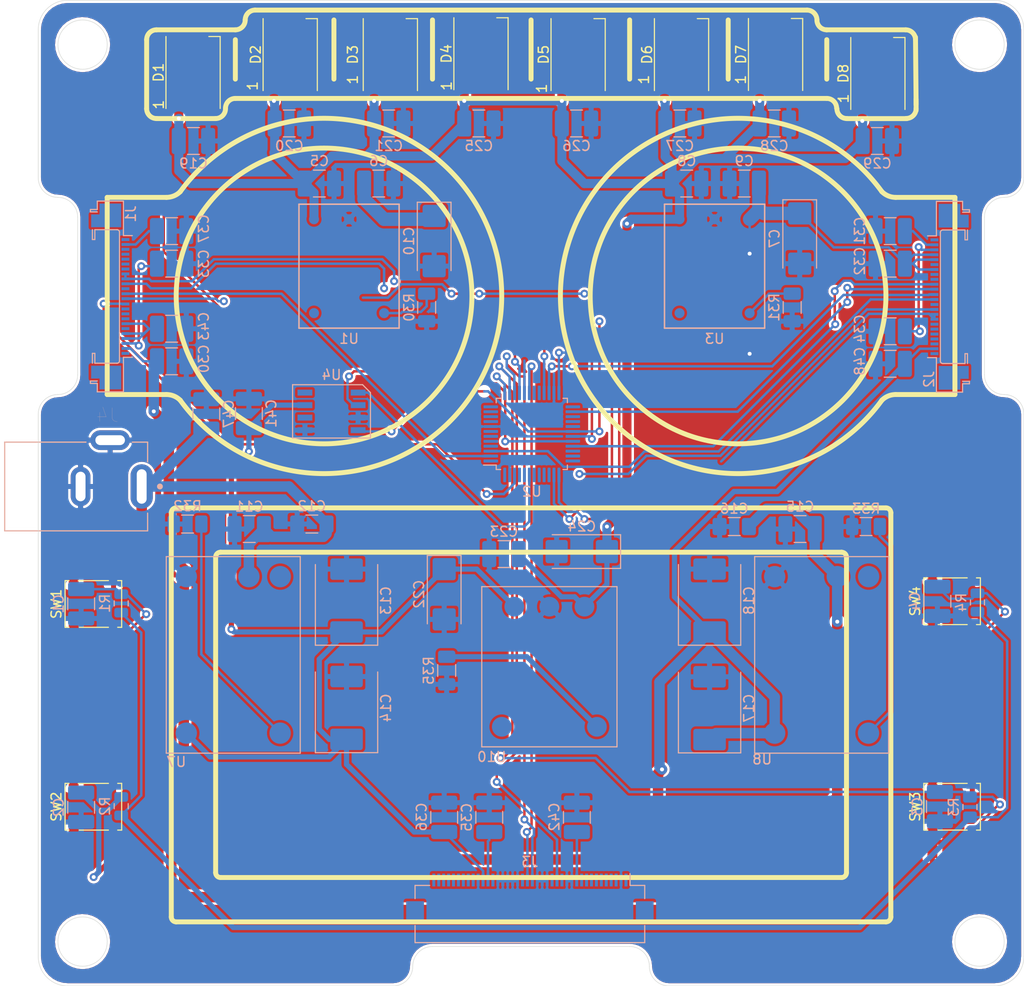
<source format=kicad_pcb>
(kicad_pcb (version 20171130) (host pcbnew "(5.1.0)-1")
  (layers (0 F.Cu signal) (31 B.Cu signal) (34 B.Paste user) (35 F.Paste user) (36 B.SilkS user) (37 F.SilkS user) (38 B.Mask user) (39 F.Mask user) (44 Edge.Cuts user))
  (net 0 "")
  (net 1 GND)
  (net 2 +5V)
  (net 3 "Net-(D1-Pad2)")
  (net 4 "Net-(D1-Pad4)")
  (net 5 "Net-(D2-Pad2)")
  (net 6 "Net-(D3-Pad2)")
  (net 7 "Net-(D4-Pad2)")
  (net 8 "Net-(D5-Pad2)")
  (net 9 "Net-(D6-Pad2)")
  (net 10 "Net-(D7-Pad2)")
  (net 11 "Net-(D8-Pad2)")
  (net 12 +1V8)
  (net 13 "Net-(R30-Pad2)")
  (net 14 "Net-(U1-Pad5)")
  (net 15 RES_Round1)
  (net 16 "Net-(U2-Pad45)")
  (net 17 "Net-(U2-Pad44)")
  (net 18 "Net-(U2-Pad42)")
  (net 19 "Net-(U2-Pad41)")
  (net 20 "Net-(U2-Pad40)")
  (net 21 "Net-(U2-Pad39)")
  (net 22 SCL1)
  (net 23 SDA1)
  (net 24 "Net-(U2-Pad36)")
  (net 25 "Net-(U2-Pad35)")
  (net 26 "Net-(U2-Pad32)")
  (net 27 "Net-(U2-Pad29)")
  (net 28 "Net-(U2-Pad28)")
  (net 29 RES_Square)
  (net 30 RES_Round2)
  (net 31 "Net-(U2-Pad25)")
  (net 32 +3V3)
  (net 33 "(SA0)_Round2")
  (net 34 "(SA0)_Round1")
  (net 35 "Net-(U2-Pad20)")
  (net 36 "Net-(U2-Pad19)")
  (net 37 MOSI)
  (net 38 SCK)
  (net 39 NSS)
  (net 40 "Net-(C3-Pad1)")
  (net 41 "Net-(C1-Pad1)")
  (net 42 "Net-(C4-Pad1)")
  (net 43 "Net-(C2-Pad1)")
  (net 44 "Net-(U2-Pad7)")
  (net 45 SCL2)
  (net 46 SDA2)
  (net 47 "Net-(U2-Pad4)")
  (net 48 WR_Round2)
  (net 49 WR_Round1)
  (net 50 "Net-(R31-Pad1)")
  (net 51 "Net-(U3-Pad5)")
  (net 52 +12V)
  (net 53 "Net-(U10-Pad5)")
  (net 54 +15V)
  (net 55 "Net-(J1-Pad9)")
  (net 56 "Net-(C33-Pad2)")
  (net 57 "Net-(J2-Pad9)")
  (net 58 "Net-(C34-Pad2)")
  (net 59 +24V)
  (net 60 "Net-(U8-Pad3)")
  (net 61 "Net-(R33-Pad1)")
  (net 62 "Net-(R32-Pad1)")
  (net 63 "Net-(U7-Pad3)")
  (net 64 "Net-(R35-Pad1)")
  (net 65 "Net-(R1-Pad2)")
  (net 66 "Net-(C35-Pad2)")
  (net 67 USART1_Rx_LIN)
  (net 68 USART1_Tx_LIN)
  (net 69 "Net-(J3-Pad28)")
  (net 70 "Net-(J3-Pad22)")
  (net 71 RES)
  (net 72 "Net-(J3-Pad14)")
  (net 73 "Net-(J3-Pad10)")
  (net 74 "Net-(J3-Pad9)")
  (net 75 "Net-(J3-Pad8)")
  (net 76 "Net-(J3-Pad7)")
  (net 77 "Net-(J3-Pad6)")
  (net 78 "Net-(J3-Pad5)")
  (net 79 "Net-(J3-Pad4)")
  (net 80 "Net-(J3-Pad3)")
  (net 81 "Net-(J3-Pad1)")
  (net 82 "Net-(U4-Pad8)")
  (net 83 "Net-(U4-Pad6)")
  (net 84 GPIO_Out_CS1)
  (net 85 GPIO_Out_CS2)
  (net 86 SWJ-DP)
  (module Package_QFP:LQFP-48_7x7mm_P0.5mm (layer B.Cu) (at 100.076 94.996)
    (fp_text reference U2 (at 0 5.85) (layer B.SilkS) (effects (justify mirror)))
    (fp_text value STM32F378CCTx)
    (pad 48 smd roundrect (at -2.75 4.1625) (size 0.3 1.475) (layers B.Cu B.Paste B.Mask) (net 12 +1V8))
    (pad 47 smd roundrect (at -2.25 4.1625) (size 0.3 1.475) (layers B.Cu B.Paste B.Mask) (net 1 GND))
    (pad 46 smd roundrect (at -1.75 4.1625) (size 0.3 1.475) (layers B.Cu B.Paste B.Mask) (net 15 RES_Round1))
    (pad 45 smd roundrect (at -1.25 4.1625) (size 0.3 1.475) (layers B.Cu B.Paste B.Mask) (net 16 "Net-(U2-Pad45)"))
    (pad 44 smd roundrect (at -0.75 4.1625) (size 0.3 1.475) (layers B.Cu B.Paste B.Mask) (net 17 "Net-(U2-Pad44)"))
    (pad 43 smd roundrect (at -0.25 4.1625) (size 0.3 1.475) (layers B.Cu B.Paste B.Mask) (net 67 USART1_Rx_LIN))
    (pad 42 smd roundrect (at 0.25 4.1625) (size 0.3 1.475) (layers B.Cu B.Paste B.Mask) (net 18 "Net-(U2-Pad42)"))
    (pad 41 smd roundrect (at 0.75 4.1625) (size 0.3 1.475) (layers B.Cu B.Paste B.Mask) (net 19 "Net-(U2-Pad41)"))
    (pad 40 smd roundrect (at 1.25 4.1625) (size 0.3 1.475) (layers B.Cu B.Paste B.Mask) (net 20 "Net-(U2-Pad40)"))
    (pad 39 smd roundrect (at 1.75 4.1625) (size 0.3 1.475) (layers B.Cu B.Paste B.Mask) (net 21 "Net-(U2-Pad39)"))
    (pad 38 smd roundrect (at 2.25 4.1625) (size 0.3 1.475) (layers B.Cu B.Paste B.Mask) (net 22 SCL1))
    (pad 37 smd roundrect (at 2.75 4.1625) (size 0.3 1.475) (layers B.Cu B.Paste B.Mask) (net 23 SDA1))
    (pad 36 smd roundrect (at 4.1625 2.75) (size 1.475 0.3) (layers B.Cu B.Paste B.Mask) (net 24 "Net-(U2-Pad36)"))
    (pad 35 smd roundrect (at 4.1625 2.25) (size 1.475 0.3) (layers B.Cu B.Paste B.Mask) (net 25 "Net-(U2-Pad35)"))
    (pad 34 smd roundrect (at 4.1625 1.75) (size 1.475 0.3) (layers B.Cu B.Paste B.Mask) (net 86 SWJ-DP))
    (pad 33 smd roundrect (at 4.1625 1.25) (size 1.475 0.3) (layers B.Cu B.Paste B.Mask) (net 85 GPIO_Out_CS2))
    (pad 32 smd roundrect (at 4.1625 0.75) (size 1.475 0.3) (layers B.Cu B.Paste B.Mask) (net 26 "Net-(U2-Pad32)"))
    (pad 31 smd roundrect (at 4.1625 0.25) (size 1.475 0.3) (layers B.Cu B.Paste B.Mask) (net 84 GPIO_Out_CS1))
    (pad 30 smd roundrect (at 4.1625 -0.25) (size 1.475 0.3) (layers B.Cu B.Paste B.Mask) (net 68 USART1_Tx_LIN))
    (pad 29 smd roundrect (at 4.1625 -0.75) (size 1.475 0.3) (layers B.Cu B.Paste B.Mask) (net 27 "Net-(U2-Pad29)"))
    (pad 28 smd roundrect (at 4.1625 -1.25) (size 1.475 0.3) (layers B.Cu B.Paste B.Mask) (net 28 "Net-(U2-Pad28)"))
    (pad 27 smd roundrect (at 4.1625 -1.75) (size 1.475 0.3) (layers B.Cu B.Paste B.Mask) (net 29 RES_Square))
    (pad 26 smd roundrect (at 4.1625 -2.25) (size 1.475 0.3) (layers B.Cu B.Paste B.Mask) (net 30 RES_Round2))
    (pad 25 smd roundrect (at 4.1625 -2.75) (size 1.475 0.3) (layers B.Cu B.Paste B.Mask) (net 31 "Net-(U2-Pad25)"))
    (pad 24 smd roundrect (at 2.75 -4.1625) (size 0.3 1.475) (layers B.Cu B.Paste B.Mask) (net 32 +3V3))
    (pad 23 smd roundrect (at 2.25 -4.1625) (size 0.3 1.475) (layers B.Cu B.Paste B.Mask) (net 1 GND))
    (pad 22 smd roundrect (at 1.75 -4.1625) (size 0.3 1.475) (layers B.Cu B.Paste B.Mask) (net 33 "(SA0)_Round2"))
    (pad 21 smd roundrect (at 1.25 -4.1625) (size 0.3 1.475) (layers B.Cu B.Paste B.Mask) (net 34 "(SA0)_Round1"))
    (pad 20 smd roundrect (at 0.75 -4.1625) (size 0.3 1.475) (layers B.Cu B.Paste B.Mask) (net 35 "Net-(U2-Pad20)"))
    (pad 19 smd roundrect (at 0.25 -4.1625) (size 0.3 1.475) (layers B.Cu B.Paste B.Mask) (net 36 "Net-(U2-Pad19)"))
    (pad 18 smd roundrect (at -0.25 -4.1625) (size 0.3 1.475) (layers B.Cu B.Paste B.Mask) (net 37 MOSI))
    (pad 17 smd roundrect (at -0.75 -4.1625) (size 0.3 1.475) (layers B.Cu B.Paste B.Mask) (net 12 +1V8))
    (pad 16 smd roundrect (at -1.25 -4.1625) (size 0.3 1.475) (layers B.Cu B.Paste B.Mask) (net 4 "Net-(D1-Pad4)"))
    (pad 15 smd roundrect (at -1.75 -4.1625) (size 0.3 1.475) (layers B.Cu B.Paste B.Mask) (net 38 SCK))
    (pad 14 smd roundrect (at -2.25 -4.1625) (size 0.3 1.475) (layers B.Cu B.Paste B.Mask) (net 39 NSS))
    (pad 13 smd roundrect (at -2.75 -4.1625) (size 0.3 1.475) (layers B.Cu B.Paste B.Mask) (net 40 "Net-(C3-Pad1)"))
    (pad 12 smd roundrect (at -4.1625 -2.75) (size 1.475 0.3) (layers B.Cu B.Paste B.Mask) (net 41 "Net-(C1-Pad1)"))
    (pad 11 smd roundrect (at -4.1625 -2.25) (size 1.475 0.3) (layers B.Cu B.Paste B.Mask) (net 42 "Net-(C4-Pad1)"))
    (pad 10 smd roundrect (at -4.1625 -1.75) (size 1.475 0.3) (layers B.Cu B.Paste B.Mask) (net 43 "Net-(C2-Pad1)"))
    (pad 9 smd roundrect (at -4.1625 -1.25) (size 1.475 0.3) (layers B.Cu B.Paste B.Mask) (net 32 +3V3))
    (pad 8 smd roundrect (at -4.1625 -0.75) (size 1.475 0.3) (layers B.Cu B.Paste B.Mask) (net 1 GND))
    (pad 7 smd roundrect (at -4.1625 -0.25) (size 1.475 0.3) (layers B.Cu B.Paste B.Mask) (net 44 "Net-(U2-Pad7)"))
    (pad 6 smd roundrect (at -4.1625 0.25) (size 1.475 0.3) (layers B.Cu B.Paste B.Mask) (net 45 SCL2))
    (pad 5 smd roundrect (at -4.1625 0.75) (size 1.475 0.3) (layers B.Cu B.Paste B.Mask) (net 46 SDA2))
    (pad 4 smd roundrect (at -4.1625 1.25) (size 1.475 0.3) (layers B.Cu B.Paste B.Mask) (net 47 "Net-(U2-Pad4)"))
    (pad 3 smd roundrect (at -4.1625 1.75) (size 1.475 0.3) (layers B.Cu B.Paste B.Mask) (net 48 WR_Round2))
    (pad 2 smd roundrect (at -4.1625 2.25) (size 1.475 0.3) (layers B.Cu B.Paste B.Mask) (net 49 WR_Round1))
    (pad 1 smd roundrect (at -4.1625 2.75) (size 1.475 0.3) (layers B.Cu B.Paste B.Mask) (net 32 +3V3))
  )
  (module Capacitor_SMD:C_1210_3225Metric_Pad1.42x2.65mm_HandSolder (layer B.Cu) (at 124.6775 63.5)
    (fp_text reference C28 (at 0 2.28) (layer B.SilkS) (effects (justify mirror)))
    (fp_text value C)
    (pad 2 smd roundrect (at 1.4875 0) (size 1.425 2.65) (layers B.Cu B.Paste B.Mask) (roundrect_rratio 0.175439) (net 1 GND))
    (pad 1 smd roundrect (at -1.4875 0) (size 1.425 2.65) (layers B.Cu B.Paste B.Mask) (roundrect_rratio 0.175439) (net 2 +5V))
  )
  (module LED_SMD:LED_WS2812B_PLCC4_5.0x5.0mm_P3.2mm (layer F.Cu) (at 104.775 56.515 90)
    (fp_text reference D5 (at 0 -3.5 90) (layer F.SilkS))
    (fp_text value WS2812B)
    (fp_text user 1 (at -3.429 -3.683 90) (layer F.SilkS))
    (pad 1 smd rect (at -2.45 -1.6 90) (size 1.5 1) (layers F.Cu F.Paste F.Mask) (net 2 +5V))
    (pad 2 smd rect (at -2.45 1.6 90) (size 1.5 1) (layers F.Cu F.Paste F.Mask) (net 8 "Net-(D5-Pad2)"))
    (pad 4 smd rect (at 2.45 -1.6 90) (size 1.5 1) (layers F.Cu F.Paste F.Mask) (net 7 "Net-(D4-Pad2)"))
    (pad 3 smd rect (at 2.45 1.6 90) (size 1.5 1) (layers F.Cu F.Paste F.Mask) (net 1 GND))
  )
  (module Capacitor_SMD:C_1210_3225Metric_Pad1.42x2.65mm_HandSolder (layer B.Cu) (at 104.6115 63.5)
    (fp_text reference C26 (at 0 2.28) (layer B.SilkS) (effects (justify mirror)))
    (fp_text value C)
    (pad 2 smd roundrect (at 1.4875 0) (size 1.425 2.65) (layers B.Cu B.Paste B.Mask) (roundrect_rratio 0.175439) (net 1 GND))
    (pad 1 smd roundrect (at -1.4875 0) (size 1.425 2.65) (layers B.Cu B.Paste B.Mask) (roundrect_rratio 0.175439) (net 2 +5V))
  )
  (module green-ic-footprint:PTH04070WAZ (layer B.Cu) (at 118.618 77.978)
    (fp_text reference U3 (at 0 7.366) (layer B.SilkS) (effects (justify mirror)))
    (fp_text value PTH04070WAZ)
    (pad 3 smd circle (at 3.556 -4.7625) (size 1.016 1.016) (layers B.Cu B.Paste B.Mask) (net 32 +3V3))
    (pad 2 smd circle (at 0 -4.7625) (size 1.016 1.016) (layers B.Cu B.Paste B.Mask) (net 1 GND))
    (pad 1 smd circle (at -3.556 -4.7625) (size 1.016 1.016) (layers B.Cu B.Paste B.Mask) (net 2 +5V))
    (pad 4 smd circle (at 3.556 4.7625) (size 1.016 1.016) (layers B.Cu B.Paste B.Mask) (net 50 "Net-(R31-Pad1)"))
    (pad 5 smd circle (at -3.556 4.7625) (size 1.016 1.016) (layers B.Cu B.Paste B.Mask) (net 51 "Net-(U3-Pad5)"))
  )
  (module green-ic-footprint:PTH04070WAZ (layer B.Cu) (at 81.534 77.978)
    (fp_text reference U1 (at 0 7.366) (layer B.SilkS) (effects (justify mirror)))
    (fp_text value PTH04070WAZ)
    (pad 3 smd circle (at 3.556 -4.7625) (size 1.016 1.016) (layers B.Cu B.Paste B.Mask) (net 12 +1V8))
    (pad 2 smd circle (at 0 -4.7625) (size 1.016 1.016) (layers B.Cu B.Paste B.Mask) (net 1 GND))
    (pad 1 smd circle (at -3.556 -4.7625) (size 1.016 1.016) (layers B.Cu B.Paste B.Mask) (net 2 +5V))
    (pad 4 smd circle (at 3.556 4.7625) (size 1.016 1.016) (layers B.Cu B.Paste B.Mask) (net 13 "Net-(R30-Pad2)"))
    (pad 5 smd circle (at -3.556 4.7625) (size 1.016 1.016) (layers B.Cu B.Paste B.Mask) (net 14 "Net-(U1-Pad5)"))
  )
  (module Capacitor_SMD:C_1210_3225Metric_Pad1.42x2.65mm_HandSolder (layer B.Cu) (at 71.4105 104.648 180)
    (fp_text reference C11 (at 0 2.28 180) (layer B.SilkS) (effects (justify mirror)))
    (fp_text value 10U)
    (pad 2 smd roundrect (at 1.4875 0 180) (size 1.425 2.65) (layers B.Cu B.Paste B.Mask) (roundrect_rratio 0.175439) (net 1 GND))
    (pad 1 smd roundrect (at -1.4875 0 180) (size 1.425 2.65) (layers B.Cu B.Paste B.Mask) (roundrect_rratio 0.175439) (net 59 +24V))
  )
  (module green-ic-footprint:KYCON_KLDX-0202-AC (layer B.Cu) (at 53.848 100.33 180)
    (fp_text reference J4 (at -3.175105 7.239215 180) (layer B.SilkS) (effects (font (size 1.400039 1.400039) (thickness 0.015)) (justify mirror)))
    (fp_text value KLDX-0202-AC)
    (pad 1 thru_hole oval (at -6.65 0 180) (size 2.25 4.5) (drill oval 1 3.5) (layers *.Cu *.Mask) (net 59 +24V))
    (pad 3 thru_hole oval (at -3.45 4.7 180) (size 4 2) (drill oval 3 1) (layers *.Cu *.Mask) (net 1 GND))
    (pad 2 thru_hole oval (at -0.45 0 180) (size 2 4) (drill oval 1 3) (layers *.Cu *.Mask) (net 1 GND))
  )
  (module green-ic-footprint:SW_EVQQ2Y03W (layer F.Cu) (at 140.716 113.77 90)
    (fp_text reference SW4 (at 1.8 -1.75 90) (layer F.SilkS))
    (fp_text value SW_Push)
    (pad 1 smd rect (at -1.8 0 90) (size 3.2 1) (layers F.Cu F.Paste F.Mask) (net 1 GND))
    (pad 1 smd rect (at 5.34 0 90) (size 3.2 1) (layers F.Cu F.Paste F.Mask) (net 1 GND))
    (pad 1 smd rect (at 5.35 4.05 90) (size 3.2 1) (layers F.Cu F.Paste F.Mask) (net 1 GND))
    (pad 2 smd rect (at -1.8 4 90) (size 3.2 1) (layers F.Cu F.Paste F.Mask) (net 42 "Net-(C4-Pad1)"))
  )
  (module green-ic-footprint:SW_EVQQ2Y03W (layer F.Cu) (at 140.716 134.62 90)
    (fp_text reference SW3 (at 1.8 -1.75 90) (layer F.SilkS))
    (fp_text value SW_Push)
    (pad 1 smd rect (at -1.8 0 90) (size 3.2 1) (layers F.Cu F.Paste F.Mask) (net 1 GND))
    (pad 1 smd rect (at 5.34 0 90) (size 3.2 1) (layers F.Cu F.Paste F.Mask) (net 1 GND))
    (pad 1 smd rect (at 5.35 4.05 90) (size 3.2 1) (layers F.Cu F.Paste F.Mask) (net 1 GND))
    (pad 2 smd rect (at -1.8 4 90) (size 3.2 1) (layers F.Cu F.Paste F.Mask) (net 40 "Net-(C3-Pad1)"))
  )
  (module green-ic-footprint:SW_EVQQ2Y03W (layer F.Cu) (at 53.594 134.62 90)
    (fp_text reference SW2 (at 1.8 -1.75 90) (layer F.SilkS))
    (fp_text value SW_Push)
    (pad 1 smd rect (at -1.8 0 90) (size 3.2 1) (layers F.Cu F.Paste F.Mask) (net 1 GND))
    (pad 1 smd rect (at 5.34 0 90) (size 3.2 1) (layers F.Cu F.Paste F.Mask) (net 1 GND))
    (pad 1 smd rect (at 5.35 4.05 90) (size 3.2 1) (layers F.Cu F.Paste F.Mask) (net 1 GND))
    (pad 2 smd rect (at -1.8 4 90) (size 3.2 1) (layers F.Cu F.Paste F.Mask) (net 43 "Net-(C2-Pad1)"))
  )
  (module green-ic-footprint:SW_EVQQ2Y03W (layer F.Cu) (at 53.594 114.046 90)
    (fp_text reference SW1 (at 1.8 -1.75 90) (layer F.SilkS))
    (fp_text value SW_Push)
    (pad 1 smd rect (at -1.8 0 90) (size 3.2 1) (layers F.Cu F.Paste F.Mask) (net 1 GND))
    (pad 1 smd rect (at 5.34 0 90) (size 3.2 1) (layers F.Cu F.Paste F.Mask) (net 1 GND))
    (pad 1 smd rect (at 5.35 4.05 90) (size 3.2 1) (layers F.Cu F.Paste F.Mask) (net 1 GND))
    (pad 2 smd rect (at -1.8 4 90) (size 3.2 1) (layers F.Cu F.Paste F.Mask) (net 41 "Net-(C1-Pad1)"))
  )
  (module Capacitor_SMD:C_1206_3216Metric_Pad1.42x1.75mm_HandSolder (layer B.Cu) (at 77.7605 104.14 180)
    (fp_text reference C12 (at 0 1.82 180) (layer B.SilkS) (effects (justify mirror)))
    (fp_text value 2.2U)
    (pad 2 smd roundrect (at 1.4875 0 180) (size 1.425 1.75) (layers B.Cu B.Paste B.Mask) (roundrect_rratio 0.175439) (net 1 GND))
    (pad 1 smd roundrect (at -1.4875 0 180) (size 1.425 1.75) (layers B.Cu B.Paste B.Mask) (roundrect_rratio 0.175439) (net 59 +24V))
  )
  (module green-ic-footprint:PTN78000HAZ (layer B.Cu) (at 65.024 109.474 270)
    (fp_text reference U7 (at 18.796 1.016 180) (layer B.SilkS) (effects (justify mirror)))
    (fp_text value PTN78000HAZ)
    (pad 1 smd circle (at 0 0 270) (size 2.16 2.16) (layers B.Cu B.Paste B.Mask) (net 1 GND))
    (pad 2 smd circle (at 0 -6.35 270) (size 2.16 2.16) (layers B.Cu B.Paste B.Mask) (net 59 +24V))
    (pad 3 smd circle (at 0 -9.53 270) (size 2.16 2.16) (layers B.Cu B.Paste B.Mask) (net 63 "Net-(U7-Pad3)"))
    (pad 4 smd circle (at 15.88 -9.52 270) (size 2.16 2.16) (layers B.Cu B.Paste B.Mask) (net 62 "Net-(R32-Pad1)"))
    (pad 5 smd circle (at 15.88 0 270) (size 2.16 2.16) (layers B.Cu B.Paste B.Mask) (net 52 +12V))
  )
  (module Capacitor_SMD:C_1210_3225Metric_Pad1.42x2.65mm_HandSolder (layer B.Cu) (at 67.056 92.964 90)
    (fp_text reference C47 (at 0 2.28 90) (layer B.SilkS) (effects (justify mirror)))
    (fp_text value 100n)
    (pad 2 smd roundrect (at 1.4875 0 90) (size 1.425 2.65) (layers B.Cu B.Paste B.Mask) (roundrect_rratio 0.175439) (net 1 GND))
    (pad 1 smd roundrect (at -1.4875 0 90) (size 1.425 2.65) (layers B.Cu B.Paste B.Mask) (roundrect_rratio 0.175439) (net 59 +24V))
  )
  (module Capacitor_SMD:C_1210_3225Metric_Pad1.42x2.65mm_HandSolder (layer B.Cu) (at 95.758 133.8945 270)
    (fp_text reference C35 (at 0 2.28 270) (layer B.SilkS) (effects (justify mirror)))
    (fp_text value 100n)
    (pad 2 smd roundrect (at 1.4875 0 270) (size 1.425 2.65) (layers B.Cu B.Paste B.Mask) (roundrect_rratio 0.175439) (net 66 "Net-(C35-Pad2)"))
    (pad 1 smd roundrect (at -1.4875 0 270) (size 1.425 2.65) (layers B.Cu B.Paste B.Mask) (roundrect_rratio 0.175439) (net 1 GND))
  )
  (module Capacitor_SMD:C_1210_3225Metric_Pad1.42x2.65mm_HandSolder (layer B.Cu) (at 63.5365 77.724 180)
    (fp_text reference C33 (at -3.2655 0 270) (layer B.SilkS) (effects (justify mirror)))
    (fp_text value 100n)
    (pad 2 smd roundrect (at 1.4875 0 180) (size 1.425 2.65) (layers B.Cu B.Paste B.Mask) (roundrect_rratio 0.175439) (net 56 "Net-(C33-Pad2)"))
    (pad 1 smd roundrect (at -1.4875 0 180) (size 1.425 2.65) (layers B.Cu B.Paste B.Mask) (roundrect_rratio 0.175439) (net 1 GND))
  )
  (module Capacitor_SMD:C_1210_3225Metric_Pad1.42x2.65mm_HandSolder (layer B.Cu) (at 135.128 65.278)
    (fp_text reference C29 (at 0 2.28) (layer B.SilkS) (effects (justify mirror)))
    (fp_text value C)
    (pad 2 smd roundrect (at 1.4875 0) (size 1.425 2.65) (layers B.Cu B.Paste B.Mask) (roundrect_rratio 0.175439) (net 1 GND))
    (pad 1 smd roundrect (at -1.4875 0) (size 1.425 2.65) (layers B.Cu B.Paste B.Mask) (roundrect_rratio 0.175439) (net 2 +5V))
  )
  (module Capacitor_SMD:C_1210_3225Metric_Pad1.42x2.65mm_HandSolder (layer B.Cu) (at 115.0985 63.5)
    (fp_text reference C27 (at 0 2.28) (layer B.SilkS) (effects (justify mirror)))
    (fp_text value C)
    (pad 2 smd roundrect (at 1.4875 0) (size 1.425 2.65) (layers B.Cu B.Paste B.Mask) (roundrect_rratio 0.175439) (net 1 GND))
    (pad 1 smd roundrect (at -1.4875 0) (size 1.425 2.65) (layers B.Cu B.Paste B.Mask) (roundrect_rratio 0.175439) (net 2 +5V))
  )
  (module Capacitor_SMD:C_1210_3225Metric_Pad1.42x2.65mm_HandSolder (layer B.Cu) (at 94.7055 63.5)
    (fp_text reference C25 (at 0 2.28) (layer B.SilkS) (effects (justify mirror)))
    (fp_text value C)
    (pad 2 smd roundrect (at 1.4875 0) (size 1.425 2.65) (layers B.Cu B.Paste B.Mask) (roundrect_rratio 0.175439) (net 1 GND))
    (pad 1 smd roundrect (at -1.4875 0) (size 1.425 2.65) (layers B.Cu B.Paste B.Mask) (roundrect_rratio 0.175439) (net 2 +5V))
  )
  (module Capacitor_SMD:C_1210_3225Metric_Pad1.42x2.65mm_HandSolder (layer B.Cu) (at 85.5615 63.5)
    (fp_text reference C21 (at 0 2.28) (layer B.SilkS) (effects (justify mirror)))
    (fp_text value C)
    (pad 2 smd roundrect (at 1.4875 0) (size 1.425 2.65) (layers B.Cu B.Paste B.Mask) (roundrect_rratio 0.175439) (net 1 GND))
    (pad 1 smd roundrect (at -1.4875 0) (size 1.425 2.65) (layers B.Cu B.Paste B.Mask) (roundrect_rratio 0.175439) (net 2 +5V))
  )
  (module Capacitor_SMD:C_1210_3225Metric_Pad1.42x2.65mm_HandSolder (layer B.Cu) (at 75.4745 63.5)
    (fp_text reference C20 (at 0 2.28) (layer B.SilkS) (effects (justify mirror)))
    (fp_text value C)
    (pad 2 smd roundrect (at 1.4875 0) (size 1.425 2.65) (layers B.Cu B.Paste B.Mask) (roundrect_rratio 0.175439) (net 1 GND))
    (pad 1 smd roundrect (at -1.4875 0) (size 1.425 2.65) (layers B.Cu B.Paste B.Mask) (roundrect_rratio 0.175439) (net 2 +5V))
  )
  (module Capacitor_SMD:C_1210_3225Metric_Pad1.42x2.65mm_HandSolder (layer B.Cu) (at 65.7495 65.278)
    (fp_text reference C19 (at 0 2.28) (layer B.SilkS) (effects (justify mirror)))
    (fp_text value C)
    (pad 2 smd roundrect (at 1.4875 0) (size 1.425 2.65) (layers B.Cu B.Paste B.Mask) (roundrect_rratio 0.175439) (net 1 GND))
    (pad 1 smd roundrect (at -1.4875 0) (size 1.425 2.65) (layers B.Cu B.Paste B.Mask) (roundrect_rratio 0.175439) (net 2 +5V))
  )
  (module LED_SMD:LED_WS2812B_PLCC4_5.0x5.0mm_P3.2mm (layer F.Cu) (at 65.71 58.33 90)
    (fp_text reference D1 (at 0 -3.5 90) (layer F.SilkS))
    (fp_text value WS2812B)
    (fp_text user 1 (at -3.265 -3.48 90) (layer F.SilkS))
    (pad 1 smd rect (at -2.45 -1.6 90) (size 1.5 1) (layers F.Cu F.Paste F.Mask) (net 2 +5V))
    (pad 2 smd rect (at -2.45 1.6 90) (size 1.5 1) (layers F.Cu F.Paste F.Mask) (net 3 "Net-(D1-Pad2)"))
    (pad 4 smd rect (at 2.45 -1.6 90) (size 1.5 1) (layers F.Cu F.Paste F.Mask) (net 4 "Net-(D1-Pad4)"))
    (pad 3 smd rect (at 2.45 1.6 90) (size 1.5 1) (layers F.Cu F.Paste F.Mask) (net 1 GND))
  )
  (module LED_SMD:LED_WS2812B_PLCC4_5.0x5.0mm_P3.2mm (layer F.Cu) (at 75.565 56.515 90)
    (fp_text reference D2 (at 0 -3.5 90) (layer F.SilkS))
    (fp_text value WS2812B)
    (fp_text user 1 (at -3.175 -3.81 90) (layer F.SilkS))
    (pad 1 smd rect (at -2.45 -1.6 90) (size 1.5 1) (layers F.Cu F.Paste F.Mask) (net 2 +5V))
    (pad 2 smd rect (at -2.45 1.6 90) (size 1.5 1) (layers F.Cu F.Paste F.Mask) (net 5 "Net-(D2-Pad2)"))
    (pad 4 smd rect (at 2.45 -1.6 90) (size 1.5 1) (layers F.Cu F.Paste F.Mask) (net 3 "Net-(D1-Pad2)"))
    (pad 3 smd rect (at 2.45 1.6 90) (size 1.5 1) (layers F.Cu F.Paste F.Mask) (net 1 GND))
  )
  (module LED_SMD:LED_WS2812B_PLCC4_5.0x5.0mm_P3.2mm (layer F.Cu) (at 85.725 56.515 90)
    (fp_text reference D3 (at 0 -3.81 90) (layer F.SilkS))
    (fp_text value WS2812B)
    (fp_text user 1 (at -2.54 -3.81 90) (layer F.SilkS))
    (pad 1 smd rect (at -2.45 -1.6 90) (size 1.5 1) (layers F.Cu F.Paste F.Mask) (net 2 +5V))
    (pad 2 smd rect (at -2.45 1.6 90) (size 1.5 1) (layers F.Cu F.Paste F.Mask) (net 6 "Net-(D3-Pad2)"))
    (pad 4 smd rect (at 2.45 -1.6 90) (size 1.5 1) (layers F.Cu F.Paste F.Mask) (net 5 "Net-(D2-Pad2)"))
    (pad 3 smd rect (at 2.45 1.6 90) (size 1.5 1) (layers F.Cu F.Paste F.Mask) (net 1 GND))
  )
  (module LED_SMD:LED_WS2812B_PLCC4_5.0x5.0mm_P3.2mm (layer F.Cu) (at 94.92 56.425 90)
    (fp_text reference D4 (at 0 -3.5 90) (layer F.SilkS))
    (fp_text value WS2812B)
    (fp_text user 1 (at -3.265 -3.48 90) (layer F.SilkS))
    (pad 1 smd rect (at -2.45 -1.6 90) (size 1.5 1) (layers F.Cu F.Paste F.Mask) (net 2 +5V))
    (pad 2 smd rect (at -2.45 1.6 90) (size 1.5 1) (layers F.Cu F.Paste F.Mask) (net 7 "Net-(D4-Pad2)"))
    (pad 4 smd rect (at 2.45 -1.6 90) (size 1.5 1) (layers F.Cu F.Paste F.Mask) (net 6 "Net-(D3-Pad2)"))
    (pad 3 smd rect (at 2.45 1.6 90) (size 1.5 1) (layers F.Cu F.Paste F.Mask) (net 1 GND))
  )
  (module LED_SMD:LED_WS2812B_PLCC4_5.0x5.0mm_P3.2mm (layer F.Cu) (at 115.265 56.515 90)
    (fp_text reference D6 (at 0 -3.5 90) (layer F.SilkS))
    (fp_text value WS2812B)
    (fp_text user 1 (at -2.54 -3.81 90) (layer F.SilkS))
    (pad 1 smd rect (at -2.45 -1.6 90) (size 1.5 1) (layers F.Cu F.Paste F.Mask) (net 2 +5V))
    (pad 2 smd rect (at -2.45 1.6 90) (size 1.5 1) (layers F.Cu F.Paste F.Mask) (net 9 "Net-(D6-Pad2)"))
    (pad 4 smd rect (at 2.45 -1.6 90) (size 1.5 1) (layers F.Cu F.Paste F.Mask) (net 8 "Net-(D5-Pad2)"))
    (pad 3 smd rect (at 2.45 1.6 90) (size 1.5 1) (layers F.Cu F.Paste F.Mask) (net 1 GND))
  )
  (module LED_SMD:LED_WS2812B_PLCC4_5.0x5.0mm_P3.2mm (layer F.Cu) (at 124.804 56.5025 90)
    (fp_text reference D7 (at 0 -3.5 90) (layer F.SilkS))
    (fp_text value WS2812B)
    (fp_text user 1 (at -2.5525 -3.519 90) (layer F.SilkS))
    (pad 1 smd rect (at -2.45 -1.6 90) (size 1.5 1) (layers F.Cu F.Paste F.Mask) (net 2 +5V))
    (pad 2 smd rect (at -2.45 1.6 90) (size 1.5 1) (layers F.Cu F.Paste F.Mask) (net 10 "Net-(D7-Pad2)"))
    (pad 4 smd rect (at 2.45 -1.6 90) (size 1.5 1) (layers F.Cu F.Paste F.Mask) (net 9 "Net-(D6-Pad2)"))
    (pad 3 smd rect (at 2.45 1.6 90) (size 1.5 1) (layers F.Cu F.Paste F.Mask) (net 1 GND))
  )
  (module LED_SMD:LED_WS2812B_PLCC4_5.0x5.0mm_P3.2mm (layer F.Cu) (at 135.18408 58.42872 90)
    (fp_text reference D8 (at 0 -3.5 90) (layer F.SilkS))
    (fp_text value WS2812B)
    (fp_text user 1 (at -2.54 -3.48 90) (layer F.SilkS))
    (pad 1 smd rect (at -2.45 -1.6 90) (size 1.5 1) (layers F.Cu F.Paste F.Mask) (net 2 +5V))
    (pad 2 smd rect (at -2.45 1.6 90) (size 1.5 1) (layers F.Cu F.Paste F.Mask) (net 11 "Net-(D8-Pad2)"))
    (pad 4 smd rect (at 2.45 -1.6 90) (size 1.5 1) (layers F.Cu F.Paste F.Mask) (net 10 "Net-(D7-Pad2)"))
    (pad 3 smd rect (at 2.45 1.6 90) (size 1.5 1) (layers F.Cu F.Paste F.Mask) (net 1 GND))
  )
  (module green-ic-footprint:molex-52437-2471 (layer B.Cu) (at 58.796 81.026 90)
    (fp_text reference J1 (at 8.35 0.6 90) (layer B.SilkS) (effects (justify mirror)))
    (fp_text value Conn_01x24_ROUND)
    (pad "" smd custom (at -7.7 -1.9 90) (size 1.3 3.05) (layers B.Cu B.Paste B.Mask) (options (clearance outline) (anchor rect)) (primitives (gr_poly (pts (xy -0.65 1.525) (xy -1.75 1.525) (xy -1.75 -0.675) (xy -0.65 -0.675)) (width 0))))
    (pad "" smd custom (at 7.65 -1.9 90) (size 1.3 3.05) (layers B.Cu B.Paste B.Mask) (options (clearance outline) (anchor rect)) (primitives (gr_poly (pts (xy 0.65 1.525) (xy 1.75 1.525) (xy 1.75 -0.675) (xy 0.65 -0.675)) (width 0))))
    (pad 24 smd custom (at 5.75 0.05 90) (size 0.3 0.8) (layers B.Cu B.Paste B.Mask) (net 1 GND) (options (clearance outline) (anchor rect)) (primitives))
    (pad 23 smd custom (at 5.25 0.05 90) (size 0.3 0.8) (layers B.Cu B.Paste B.Mask) (net 54 +15V) (options (clearance outline) (anchor rect)) (primitives))
    (pad 15 smd custom (at 1.26 0.05 90) (size 0.3 0.8) (layers B.Cu B.Paste B.Mask) (net 22 SCL1) (options (clearance outline) (anchor rect)) (primitives))
    (pad 14 smd custom (at 0.76 0.05 90) (size 0.3 0.8) (layers B.Cu B.Paste B.Mask) (net 1 GND) (options (clearance outline) (anchor rect)) (primitives))
    (pad 19 smd custom (at 3.26 0.05 90) (size 0.3 0.8) (layers B.Cu B.Paste B.Mask) (net 1 GND) (options (clearance outline) (anchor rect)) (primitives))
    (pad 12 smd custom (at -0.25 0.05 90) (size 0.3 0.8) (layers B.Cu B.Paste B.Mask) (net 34 "(SA0)_Round1") (options (clearance outline) (anchor rect)) (primitives))
    (pad 17 smd custom (at 2.26 0.05 90) (size 0.3 0.8) (layers B.Cu B.Paste B.Mask) (net 23 SDA1) (options (clearance outline) (anchor rect)) (primitives))
    (pad 16 smd custom (at 1.76 0.05 90) (size 0.3 0.8) (layers B.Cu B.Paste B.Mask) (net 23 SDA1) (options (clearance outline) (anchor rect)) (primitives))
    (pad 21 smd custom (at 4.26 0.05 90) (size 0.3 0.8) (layers B.Cu B.Paste B.Mask) (net 1 GND) (options (clearance outline) (anchor rect)) (primitives))
    (pad 20 smd custom (at 3.76 0.05 90) (size 0.3 0.8) (layers B.Cu B.Paste B.Mask) (net 1 GND) (options (clearance outline) (anchor rect)) (primitives))
    (pad 22 smd custom (at 4.76 0.05 90) (size 0.3 0.8) (layers B.Cu B.Paste B.Mask) (net 1 GND) (options (clearance outline) (anchor rect)) (primitives))
    (pad 13 smd custom (at 0.25 0.05 90) (size 0.3 0.8) (layers B.Cu B.Paste B.Mask) (net 49 WR_Round1) (options (clearance outline) (anchor rect)) (primitives))
    (pad 18 smd custom (at 2.76 0.05 90) (size 0.3 0.8) (layers B.Cu B.Paste B.Mask) (net 1 GND) (options (clearance outline) (anchor rect)) (primitives))
    (pad 1 smd custom (at -5.8 0.05 90) (size 0.3 0.8) (layers B.Cu B.Paste B.Mask) (net 1 GND) (options (clearance outline) (anchor rect)) (primitives))
    (pad 11 smd custom (at -0.79 0.05 90) (size 0.3 0.8) (layers B.Cu B.Paste B.Mask) (net 15 RES_Round1) (options (clearance outline) (anchor rect)) (primitives))
    (pad 2 smd custom (at -5.3 0.05 90) (size 0.3 0.8) (layers B.Cu B.Paste B.Mask) (net 54 +15V) (options (clearance outline) (anchor rect)) (primitives))
    (pad 10 smd custom (at -1.29 0.05 90) (size 0.3 0.8) (layers B.Cu B.Paste B.Mask) (net 84 GPIO_Out_CS1) (options (clearance outline) (anchor rect)) (primitives))
    (pad 9 smd custom (at -1.79 0.05 90) (size 0.3 0.8) (layers B.Cu B.Paste B.Mask) (net 55 "Net-(J1-Pad9)") (options (clearance outline) (anchor rect)) (primitives))
    (pad 8 smd custom (at -2.29 0.05 90) (size 0.3 0.8) (layers B.Cu B.Paste B.Mask) (net 1 GND) (options (clearance outline) (anchor rect)) (primitives))
    (pad 7 smd custom (at -2.79 0.05 90) (size 0.3 0.8) (layers B.Cu B.Paste B.Mask) (net 32 +3V3) (options (clearance outline) (anchor rect)) (primitives))
    (pad 6 smd custom (at -3.29 0.05 90) (size 0.3 0.8) (layers B.Cu B.Paste B.Mask) (net 1 GND) (options (clearance outline) (anchor rect)) (primitives))
    (pad 5 smd custom (at -3.79 0.05 90) (size 0.3 0.8) (layers B.Cu B.Paste B.Mask) (net 32 +3V3) (options (clearance outline) (anchor rect)) (primitives))
    (pad 4 smd custom (at -4.29 0.05 90) (size 0.3 0.8) (layers B.Cu B.Paste B.Mask) (net 32 +3V3) (options (clearance outline) (anchor rect)) (primitives))
    (pad 3 smd custom (at -4.79 0.05 90) (size 0.3 0.8) (layers B.Cu B.Paste B.Mask) (net 56 "Net-(C33-Pad2)") (options (clearance outline) (anchor rect)) (primitives))
  )
  (module green-ic-footprint:molex-52437-2471 (layer B.Cu) (at 140.975 81.106 270)
    (fp_text reference J2 (at 8.35 0.6 270) (layer B.SilkS) (effects (justify mirror)))
    (fp_text value Conn_01x24_ROUND)
    (pad "" smd custom (at -7.7 -1.9 270) (size 1.3 3.05) (layers B.Cu B.Paste B.Mask) (options (clearance outline) (anchor rect)) (primitives (gr_poly (pts (xy -0.65 1.525) (xy -1.75 1.525) (xy -1.75 -0.675) (xy -0.65 -0.675)) (width 0))))
    (pad "" smd custom (at 7.65 -1.9 270) (size 1.3 3.05) (layers B.Cu B.Paste B.Mask) (options (clearance outline) (anchor rect)) (primitives (gr_poly (pts (xy 0.65 1.525) (xy 1.75 1.525) (xy 1.75 -0.675) (xy 0.65 -0.675)) (width 0))))
    (pad 24 smd custom (at 5.75 0.05 270) (size 0.3 0.8) (layers B.Cu B.Paste B.Mask) (net 1 GND) (options (clearance outline) (anchor rect)) (primitives))
    (pad 23 smd custom (at 5.25 0.05 270) (size 0.3 0.8) (layers B.Cu B.Paste B.Mask) (net 54 +15V) (options (clearance outline) (anchor rect)) (primitives))
    (pad 15 smd custom (at 1.26 0.05 270) (size 0.3 0.8) (layers B.Cu B.Paste B.Mask) (net 45 SCL2) (options (clearance outline) (anchor rect)) (primitives))
    (pad 14 smd custom (at 0.76 0.05 270) (size 0.3 0.8) (layers B.Cu B.Paste B.Mask) (net 1 GND) (options (clearance outline) (anchor rect)) (primitives))
    (pad 19 smd custom (at 3.26 0.05 270) (size 0.3 0.8) (layers B.Cu B.Paste B.Mask) (net 1 GND) (options (clearance outline) (anchor rect)) (primitives))
    (pad 12 smd custom (at -0.25 0.05 270) (size 0.3 0.8) (layers B.Cu B.Paste B.Mask) (net 33 "(SA0)_Round2") (options (clearance outline) (anchor rect)) (primitives))
    (pad 17 smd custom (at 2.26 0.05 270) (size 0.3 0.8) (layers B.Cu B.Paste B.Mask) (net 46 SDA2) (options (clearance outline) (anchor rect)) (primitives))
    (pad 16 smd custom (at 1.76 0.05 270) (size 0.3 0.8) (layers B.Cu B.Paste B.Mask) (net 46 SDA2) (options (clearance outline) (anchor rect)) (primitives))
    (pad 21 smd custom (at 4.26 0.05 270) (size 0.3 0.8) (layers B.Cu B.Paste B.Mask) (net 1 GND) (options (clearance outline) (anchor rect)) (primitives))
    (pad 20 smd custom (at 3.76 0.05 270) (size 0.3 0.8) (layers B.Cu B.Paste B.Mask) (net 1 GND) (options (clearance outline) (anchor rect)) (primitives))
    (pad 22 smd custom (at 4.76 0.05 270) (size 0.3 0.8) (layers B.Cu B.Paste B.Mask) (net 1 GND) (options (clearance outline) (anchor rect)) (primitives))
    (pad 13 smd custom (at 0.25 0.05 270) (size 0.3 0.8) (layers B.Cu B.Paste B.Mask) (net 48 WR_Round2) (options (clearance outline) (anchor rect)) (primitives))
    (pad 18 smd custom (at 2.76 0.05 270) (size 0.3 0.8) (layers B.Cu B.Paste B.Mask) (net 1 GND) (options (clearance outline) (anchor rect)) (primitives))
    (pad 1 smd custom (at -5.8 0.05 270) (size 0.3 0.8) (layers B.Cu B.Paste B.Mask) (net 1 GND) (options (clearance outline) (anchor rect)) (primitives))
    (pad 11 smd custom (at -0.79 0.05 270) (size 0.3 0.8) (layers B.Cu B.Paste B.Mask) (net 30 RES_Round2) (options (clearance outline) (anchor rect)) (primitives))
    (pad 2 smd custom (at -5.3 0.05 270) (size 0.3 0.8) (layers B.Cu B.Paste B.Mask) (net 54 +15V) (options (clearance outline) (anchor rect)) (primitives))
    (pad 10 smd custom (at -1.29 0.05 270) (size 0.3 0.8) (layers B.Cu B.Paste B.Mask) (net 85 GPIO_Out_CS2) (options (clearance outline) (anchor rect)) (primitives))
    (pad 9 smd custom (at -1.79 0.05 270) (size 0.3 0.8) (layers B.Cu B.Paste B.Mask) (net 57 "Net-(J2-Pad9)") (options (clearance outline) (anchor rect)) (primitives))
    (pad 8 smd custom (at -2.29 0.05 270) (size 0.3 0.8) (layers B.Cu B.Paste B.Mask) (net 1 GND) (options (clearance outline) (anchor rect)) (primitives))
    (pad 7 smd custom (at -2.79 0.05 270) (size 0.3 0.8) (layers B.Cu B.Paste B.Mask) (net 32 +3V3) (options (clearance outline) (anchor rect)) (primitives))
    (pad 6 smd custom (at -3.29 0.05 270) (size 0.3 0.8) (layers B.Cu B.Paste B.Mask) (net 1 GND) (options (clearance outline) (anchor rect)) (primitives))
    (pad 5 smd custom (at -3.79 0.05 270) (size 0.3 0.8) (layers B.Cu B.Paste B.Mask) (net 32 +3V3) (options (clearance outline) (anchor rect)) (primitives))
    (pad 4 smd custom (at -4.29 0.05 270) (size 0.3 0.8) (layers B.Cu B.Paste B.Mask) (net 32 +3V3) (options (clearance outline) (anchor rect)) (primitives))
    (pad 3 smd custom (at -4.79 0.05 270) (size 0.3 0.8) (layers B.Cu B.Paste B.Mask) (net 58 "Net-(C34-Pad2)") (options (clearance outline) (anchor rect)) (primitives))
  )
  (module green-ic-footprint:PTN78000HAZ (layer B.Cu) (at 124.714 109.474 270)
    (fp_text reference U8 (at 18.542 1.27) (layer B.SilkS) (effects (justify mirror)))
    (fp_text value PTN78000HAZ)
    (pad 5 smd circle (at 15.88 0 180) (size 2.16 2.16) (layers B.Cu B.Paste B.Mask) (net 54 +15V))
    (pad 4 smd circle (at 15.88 -9.52 180) (size 2.16 2.16) (layers B.Cu B.Paste B.Mask) (net 61 "Net-(R33-Pad1)"))
    (pad 3 smd circle (at 0 -9.53 180) (size 2.16 2.16) (layers B.Cu B.Paste B.Mask) (net 60 "Net-(U8-Pad3)"))
    (pad 2 smd circle (at 0 -6.35 180) (size 2.16 2.16) (layers B.Cu B.Paste B.Mask) (net 59 +24V))
    (pad 1 smd circle (at 0 0 180) (size 2.16 2.16) (layers B.Cu B.Paste B.Mask) (net 1 GND))
  )
  (module green-ic-footprint:PTH08080W (layer B.Cu) (at 98.298 112.522 270)
    (fp_text reference U10 (at 15.24 2.286 180) (layer B.SilkS) (effects (justify mirror)))
    (fp_text value PTH08080W)
    (pad 4 smd circle (at 12.19 -8.385 270) (size 2 2) (layers B.Cu B.Paste B.Mask) (net 64 "Net-(R35-Pad1)"))
    (pad 5 smd circle (at 12.19 1.265 270) (size 2 2) (layers B.Cu B.Paste B.Mask) (net 53 "Net-(U10-Pad5)"))
    (pad 3 smd circle (at 0 -7.12 270) (size 2 2) (layers B.Cu B.Paste B.Mask) (net 2 +5V))
    (pad 2 smd circle (at 0 -3.56 270) (size 2 2) (layers B.Cu B.Paste B.Mask) (net 1 GND))
    (pad 1 smd circle (at 0 0 270) (size 2 2) (layers B.Cu B.Paste B.Mask) (net 52 +12V))
  )
  (module Resistor_SMD:R_0805_2012Metric (layer B.Cu) (at 58.42 112.1895 270)
    (fp_text reference R1 (at 0 1.65 270) (layer B.SilkS) (effects (justify mirror)))
    (fp_text value R)
    (pad 2 smd roundrect (at 0.9375 0 270) (size 0.975 1.4) (layers B.Cu B.Paste B.Mask) (net 65 "Net-(R1-Pad2)"))
    (pad 1 smd roundrect (at -0.9375 0 270) (size 0.975 1.4) (layers B.Cu B.Paste B.Mask) (net 41 "Net-(C1-Pad1)"))
  )
  (module Resistor_SMD:R_0805_2012Metric (layer B.Cu) (at 58.42 132.7635 270)
    (fp_text reference R2 (at 0 1.65 270) (layer B.SilkS) (effects (justify mirror)))
    (fp_text value R)
    (pad 2 smd roundrect (at 0.9375 0 270) (size 0.975 1.4) (layers B.Cu B.Paste B.Mask) (net 65 "Net-(R1-Pad2)"))
    (pad 1 smd roundrect (at -0.9375 0 270) (size 0.975 1.4) (layers B.Cu B.Paste B.Mask) (net 43 "Net-(C2-Pad1)"))
  )
  (module Resistor_SMD:R_0805_2012Metric (layer B.Cu) (at 145.288 112.0925 270)
    (fp_text reference R4 (at 0 1.65 270) (layer B.SilkS) (effects (justify mirror)))
    (fp_text value R)
    (pad 2 smd roundrect (at 0.9375 0 270) (size 0.975 1.4) (layers B.Cu B.Paste B.Mask) (net 65 "Net-(R1-Pad2)"))
    (pad 1 smd roundrect (at -0.9375 0 270) (size 0.975 1.4) (layers B.Cu B.Paste B.Mask) (net 42 "Net-(C4-Pad1)"))
  )
  (module Resistor_SMD:R_1206_3216Metric (layer B.Cu) (at 89.408 82.166 90)
    (fp_text reference R30 (at 0 -1.778 90) (layer B.SilkS) (effects (justify mirror)))
    (fp_text value 6.6k)
    (pad 2 smd roundrect (at 1.4 0 90) (size 1.25 1.75) (layers B.Cu B.Paste B.Mask) (roundrect_rratio 0.2) (net 13 "Net-(R30-Pad2)"))
    (pad 1 smd roundrect (at -1.4 0 90) (size 1.25 1.75) (layers B.Cu B.Paste B.Mask) (roundrect_rratio 0.2) (net 1 GND))
  )
  (module Resistor_SMD:R_1206_3216Metric (layer B.Cu) (at 126.492 82.166 270)
    (fp_text reference R31 (at 0 1.82 270) (layer B.SilkS) (effects (justify mirror)))
    (fp_text value 475)
    (pad 2 smd roundrect (at 1.4 0 270) (size 1.25 1.75) (layers B.Cu B.Paste B.Mask) (roundrect_rratio 0.2) (net 1 GND))
    (pad 1 smd roundrect (at -1.4 0 270) (size 1.25 1.75) (layers B.Cu B.Paste B.Mask) (roundrect_rratio 0.2) (net 50 "Net-(R31-Pad1)"))
  )
  (module Resistor_SMD:R_1206_3216Metric (layer B.Cu) (at 65.148 104.14 180)
    (fp_text reference R32 (at 0 1.82 180) (layer B.SilkS) (effects (justify mirror)))
    (fp_text value 383K)
    (pad 2 smd roundrect (at 1.4 0 180) (size 1.25 1.75) (layers B.Cu B.Paste B.Mask) (roundrect_rratio 0.2) (net 1 GND))
    (pad 1 smd roundrect (at -1.4 0 180) (size 1.25 1.75) (layers B.Cu B.Paste B.Mask) (roundrect_rratio 0.2) (net 62 "Net-(R32-Pad1)"))
  )
  (module Resistor_SMD:R_1206_3216Metric (layer B.Cu) (at 133.982 104.394 180)
    (fp_text reference R33 (at 0 1.82 180) (layer B.SilkS) (effects (justify mirror)))
    (fp_text value 15k)
    (pad 2 smd roundrect (at 1.4 0 180) (size 1.25 1.75) (layers B.Cu B.Paste B.Mask) (roundrect_rratio 0.2) (net 1 GND))
    (pad 1 smd roundrect (at -1.4 0 180) (size 1.25 1.75) (layers B.Cu B.Paste B.Mask) (roundrect_rratio 0.2) (net 61 "Net-(R33-Pad1)"))
  )
  (module Resistor_SMD:R_1206_3216Metric (layer B.Cu) (at 91.44 119.002 270)
    (fp_text reference R35 (at 0 1.82 270) (layer B.SilkS) (effects (justify mirror)))
    (fp_text value 348)
    (pad 2 smd roundrect (at 1.4 0 270) (size 1.25 1.75) (layers B.Cu B.Paste B.Mask) (roundrect_rratio 0.2) (net 1 GND))
    (pad 1 smd roundrect (at -1.4 0 270) (size 1.25 1.75) (layers B.Cu B.Paste B.Mask) (roundrect_rratio 0.2) (net 64 "Net-(R35-Pad1)"))
  )
  (module Capacitor_Tantalum_SMD:CP_EIA-6032-28_Kemet-C_Pad2.25x2.35mm_HandSolder (layer B.Cu) (at 127.254 75.174 270)
    (fp_text reference C7 (at 0 2.55 270) (layer B.SilkS) (effects (justify mirror)))
    (fp_text value 47U)
    (pad 2 smd roundrect (at 2.55 0 270) (size 2.25 2.35) (layers B.Cu B.Paste B.Mask) (roundrect_rratio 0.111111) (net 1 GND))
    (pad 1 smd roundrect (at -2.55 0 270) (size 2.25 2.35) (layers B.Cu B.Paste B.Mask) (roundrect_rratio 0.111111) (net 32 +3V3))
  )
  (module Capacitor_Tantalum_SMD:CP_EIA-6032-28_Kemet-C_Pad2.25x2.35mm_HandSolder (layer B.Cu) (at 90.17 75.428 270)
    (fp_text reference C10 (at 0 2.55 270) (layer B.SilkS) (effects (justify mirror)))
    (fp_text value 47U)
    (pad 2 smd roundrect (at 2.55 0 270) (size 2.25 2.35) (layers B.Cu B.Paste B.Mask) (roundrect_rratio 0.111111) (net 1 GND))
    (pad 1 smd roundrect (at -2.55 0 270) (size 2.25 2.35) (layers B.Cu B.Paste B.Mask) (roundrect_rratio 0.111111) (net 12 +1V8))
  )
  (module Capacitor_Tantalum_SMD:CP_EIA-7361-38_AVX-V_Pad2.18x3.30mm_HandSolder (layer B.Cu) (at 81.28 111.8995 90)
    (fp_text reference C13 (at 0 4 90) (layer B.SilkS) (effects (justify mirror)))
    (fp_text value 100U)
    (pad 2 smd roundrect (at 3.1875 0 90) (size 2.175 3.3) (layers B.Cu B.Paste B.Mask) (roundrect_rratio 0.114943) (net 1 GND))
    (pad 1 smd roundrect (at -3.1875 0 90) (size 2.175 3.3) (layers B.Cu B.Paste B.Mask) (roundrect_rratio 0.114943) (net 52 +12V))
  )
  (module Capacitor_Tantalum_SMD:CP_EIA-7361-38_AVX-V_Pad2.18x3.30mm_HandSolder (layer B.Cu) (at 81.28 122.7965 90)
    (fp_text reference C14 (at 0 4 90) (layer B.SilkS) (effects (justify mirror)))
    (fp_text value 100U)
    (pad 2 smd roundrect (at 3.1875 0 90) (size 2.175 3.3) (layers B.Cu B.Paste B.Mask) (roundrect_rratio 0.114943) (net 1 GND))
    (pad 1 smd roundrect (at -3.1875 0 90) (size 2.175 3.3) (layers B.Cu B.Paste B.Mask) (roundrect_rratio 0.114943) (net 52 +12V))
  )
  (module Capacitor_Tantalum_SMD:CP_EIA-7361-38_AVX-V_Pad2.18x3.30mm_HandSolder (layer B.Cu) (at 118.11 122.8215 90)
    (fp_text reference C17 (at 0 4 90) (layer B.SilkS) (effects (justify mirror)))
    (fp_text value 100U)
    (pad 2 smd roundrect (at 3.1875 0 90) (size 2.175 3.3) (layers B.Cu B.Paste B.Mask) (roundrect_rratio 0.114943) (net 1 GND))
    (pad 1 smd roundrect (at -3.1875 0 90) (size 2.175 3.3) (layers B.Cu B.Paste B.Mask) (roundrect_rratio 0.114943) (net 54 +15V))
  )
  (module Capacitor_Tantalum_SMD:CP_EIA-7361-38_AVX-V_Pad2.18x3.30mm_HandSolder (layer B.Cu) (at 118.11 111.8995 90)
    (fp_text reference C18 (at 0 4 90) (layer B.SilkS) (effects (justify mirror)))
    (fp_text value 100U)
    (pad 2 smd roundrect (at 3.1875 0 90) (size 2.175 3.3) (layers B.Cu B.Paste B.Mask) (roundrect_rratio 0.114943) (net 1 GND))
    (pad 1 smd roundrect (at -3.1875 0 90) (size 2.175 3.3) (layers B.Cu B.Paste B.Mask) (roundrect_rratio 0.114943) (net 54 +15V))
  )
  (module Capacitor_Tantalum_SMD:CP_EIA-6032-28_Kemet-C_Pad2.25x2.35mm_HandSolder (layer B.Cu) (at 91.186 111.262 270)
    (fp_text reference C22 (at 0 2.55 270) (layer B.SilkS) (effects (justify mirror)))
    (fp_text value 47U)
    (pad 2 smd roundrect (at 2.55 0 270) (size 2.25 2.35) (layers B.Cu B.Paste B.Mask) (roundrect_rratio 0.111111) (net 1 GND))
    (pad 1 smd roundrect (at -2.55 0 270) (size 2.25 2.35) (layers B.Cu B.Paste B.Mask) (roundrect_rratio 0.111111) (net 52 +12V))
  )
  (module Capacitor_Tantalum_SMD:CP_EIA-6032-28_Kemet-C_Pad2.25x2.35mm_HandSolder (layer B.Cu) (at 105.146 106.934 180)
    (fp_text reference C24 (at 0 2.55 180) (layer B.SilkS) (effects (justify mirror)))
    (fp_text value 47U)
    (pad 2 smd roundrect (at 2.55 0 180) (size 2.25 2.35) (layers B.Cu B.Paste B.Mask) (roundrect_rratio 0.111111) (net 1 GND))
    (pad 1 smd roundrect (at -2.55 0 180) (size 2.25 2.35) (layers B.Cu B.Paste B.Mask) (roundrect_rratio 0.111111) (net 2 +5V))
  )
  (module green-ic-footprint:MCP2003 (layer B.Cu) (at 79.756 92.71 270)
    (fp_text reference U4 (at -3.705 0 180) (layer B.SilkS) (effects (justify mirror)))
    (fp_text value MCP2003)
    (pad 4 smd rect (at 1.905 -2.7 270) (size 0.6 1.5) (layers B.Cu B.Paste B.Mask) (net 68 USART1_Tx_LIN))
    (pad 5 smd rect (at 1.905 2.7 270) (size 0.6 1.5) (layers B.Cu B.Paste B.Mask) (net 1 GND))
    (pad 3 smd rect (at 0.635 -2.7 270) (size 0.6 1.5) (layers B.Cu B.Paste B.Mask) (net 1 GND))
    (pad 6 smd rect (at 0.635 2.7 270) (size 0.6 1.5) (layers B.Cu B.Paste B.Mask) (net 83 "Net-(U4-Pad6)"))
    (pad 2 smd rect (at -0.635 -2.7 270) (size 0.6 1.5) (layers B.Cu B.Paste B.Mask) (net 26 "Net-(U2-Pad32)"))
    (pad 7 smd rect (at -0.635 2.7 270) (size 0.6 1.5) (layers B.Cu B.Paste B.Mask) (net 52 +12V))
    (pad 1 smd rect (at -1.905 -2.7 270) (size 0.6 1.5) (layers B.Cu B.Paste B.Mask) (net 67 USART1_Rx_LIN))
    (pad 8 smd rect (at -1.905 2.7 270) (size 0.6 1.5) (layers B.Cu B.Paste B.Mask) (net 82 "Net-(U4-Pad8)"))
  )
  (module Capacitor_SMD:C_1210_3225Metric_Pad1.42x2.65mm_HandSolder (layer B.Cu) (at 78.5225 69.596)
    (fp_text reference C5 (at 0 -2.286) (layer B.SilkS) (effects (justify mirror)))
    (fp_text value 47U)
    (pad 2 smd roundrect (at 1.4875 0) (size 1.425 2.65) (layers B.Cu B.Paste B.Mask) (roundrect_rratio 0.175439) (net 1 GND))
    (pad 1 smd roundrect (at -1.4875 0) (size 1.425 2.65) (layers B.Cu B.Paste B.Mask) (roundrect_rratio 0.175439) (net 2 +5V))
  )
  (module Capacitor_SMD:C_1210_3225Metric_Pad1.42x2.65mm_HandSolder (layer B.Cu) (at 84.5455 69.596)
    (fp_text reference C6 (at 0 -2.286) (layer B.SilkS) (effects (justify mirror)))
    (fp_text value 47U)
    (pad 2 smd roundrect (at 1.4875 0) (size 1.425 2.65) (layers B.Cu B.Paste B.Mask) (roundrect_rratio 0.175439) (net 1 GND))
    (pad 1 smd roundrect (at -1.4875 0) (size 1.425 2.65) (layers B.Cu B.Paste B.Mask) (roundrect_rratio 0.175439) (net 12 +1V8))
  )
  (module Capacitor_SMD:C_1210_3225Metric_Pad1.42x2.65mm_HandSolder (layer B.Cu) (at 115.7875 69.596)
    (fp_text reference C8 (at 0 -2.286) (layer B.SilkS) (effects (justify mirror)))
    (fp_text value 47U)
    (pad 2 smd roundrect (at 1.4875 0) (size 1.425 2.65) (layers B.Cu B.Paste B.Mask) (roundrect_rratio 0.175439) (net 1 GND))
    (pad 1 smd roundrect (at -1.4875 0) (size 1.425 2.65) (layers B.Cu B.Paste B.Mask) (roundrect_rratio 0.175439) (net 2 +5V))
  )
  (module Capacitor_SMD:C_1210_3225Metric_Pad1.42x2.65mm_HandSolder (layer B.Cu) (at 127.2905 104.648 180)
    (fp_text reference C15 (at 0 2.28 180) (layer B.SilkS) (effects (justify mirror)))
    (fp_text value 10U)
    (pad 2 smd roundrect (at 1.4875 0 180) (size 1.425 2.65) (layers B.Cu B.Paste B.Mask) (roundrect_rratio 0.175439) (net 1 GND))
    (pad 1 smd roundrect (at -1.4875 0 180) (size 1.425 2.65) (layers B.Cu B.Paste B.Mask) (roundrect_rratio 0.175439) (net 59 +24V))
  )
  (module Capacitor_SMD:C_1206_3216Metric_Pad1.42x1.75mm_HandSolder (layer B.Cu) (at 120.6135 104.394 180)
    (fp_text reference C16 (at 0 1.82 180) (layer B.SilkS) (effects (justify mirror)))
    (fp_text value 2.2U)
    (pad 2 smd roundrect (at 1.4875 0 180) (size 1.425 1.75) (layers B.Cu B.Paste B.Mask) (roundrect_rratio 0.175439) (net 1 GND))
    (pad 1 smd roundrect (at -1.4875 0 180) (size 1.425 1.75) (layers B.Cu B.Paste B.Mask) (roundrect_rratio 0.175439) (net 59 +24V))
  )
  (module Capacitor_SMD:C_1210_3225Metric_Pad1.42x2.65mm_HandSolder (layer B.Cu) (at 136.4345 84.582)
    (fp_text reference C34 (at -3.0845 -0.254 90) (layer B.SilkS) (effects (justify mirror)))
    (fp_text value 20u)
    (pad 2 smd roundrect (at 1.4875 0) (size 1.425 2.65) (layers B.Cu B.Paste B.Mask) (roundrect_rratio 0.175439) (net 58 "Net-(C34-Pad2)"))
    (pad 1 smd roundrect (at -1.4875 0) (size 1.425 2.65) (layers B.Cu B.Paste B.Mask) (roundrect_rratio 0.175439) (net 1 GND))
  )
  (module Connector_FFC-FPC:Hirose_FH12-40S-0.5SH_1x40-1MP_P0.50mm_Horizontal (layer B.Cu) (at 99.88042 142.10284 180)
    (fp_text reference J3 (at 0 3.7 180) (layer B.SilkS) (effects (justify mirror)))
    (fp_text value Conn_01x31_SQWARE)
    (pad 40 smd rect (at 9.75 1.85 180) (size 0.3 1.3) (layers B.Cu B.Paste B.Mask))
    (pad 39 smd rect (at 9.25 1.85 180) (size 0.3 1.3) (layers B.Cu B.Paste B.Mask))
    (pad 38 smd rect (at 8.75 1.85 180) (size 0.3 1.3) (layers B.Cu B.Paste B.Mask))
    (pad 37 smd rect (at 8.25 1.85 180) (size 0.3 1.3) (layers B.Cu B.Paste B.Mask))
    (pad 36 smd rect (at 7.75 1.85 180) (size 0.3 1.3) (layers B.Cu B.Paste B.Mask))
    (pad 35 smd rect (at 7.25 1.85 180) (size 0.3 1.3) (layers B.Cu B.Paste B.Mask))
    (pad 34 smd rect (at 6.75 1.85 180) (size 0.3 1.3) (layers B.Cu B.Paste B.Mask))
    (pad 33 smd rect (at 6.25 1.85 180) (size 0.3 1.3) (layers B.Cu B.Paste B.Mask))
    (pad 32 smd rect (at 5.75 1.85 180) (size 0.3 1.3) (layers B.Cu B.Paste B.Mask))
    (pad 31 smd rect (at 5.25 1.85 180) (size 0.3 1.3) (layers B.Cu B.Paste B.Mask) (net 1 GND))
    (pad 30 smd rect (at 4.75 1.85 180) (size 0.3 1.3) (layers B.Cu B.Paste B.Mask) (net 52 +12V))
    (pad 29 smd rect (at 4.25 1.85 180) (size 0.3 1.3) (layers B.Cu B.Paste B.Mask) (net 66 "Net-(C35-Pad2)"))
    (pad 28 smd rect (at 3.75 1.85 180) (size 0.3 1.3) (layers B.Cu B.Paste B.Mask) (net 69 "Net-(J3-Pad28)"))
    (pad 27 smd rect (at 3.25 1.85 180) (size 0.3 1.3) (layers B.Cu B.Paste B.Mask) (net 1 GND))
    (pad 26 smd rect (at 2.75 1.85 180) (size 0.3 1.3) (layers B.Cu B.Paste B.Mask) (net 1 GND))
    (pad 25 smd rect (at 2.25 1.85 180) (size 0.3 1.3) (layers B.Cu B.Paste B.Mask) (net 1 GND))
    (pad 24 smd rect (at 1.75 1.85 180) (size 0.3 1.3) (layers B.Cu B.Paste B.Mask) (net 1 GND))
    (pad 23 smd rect (at 1.25 1.85 180) (size 0.3 1.3) (layers B.Cu B.Paste B.Mask) (net 1 GND))
    (pad 22 smd rect (at 0.75 1.85 180) (size 0.3 1.3) (layers B.Cu B.Paste B.Mask) (net 70 "Net-(J3-Pad22)"))
    (pad 21 smd rect (at 0.25 1.85 180) (size 0.3 1.3) (layers B.Cu B.Paste B.Mask) (net 37 MOSI))
    (pad 20 smd rect (at -0.25 1.85 180) (size 0.3 1.3) (layers B.Cu B.Paste B.Mask) (net 38 SCK))
    (pad 19 smd rect (at -0.75 1.85 180) (size 0.3 1.3) (layers B.Cu B.Paste B.Mask) (net 1 GND))
    (pad 18 smd rect (at -1.25 1.85 180) (size 0.3 1.3) (layers B.Cu B.Paste B.Mask) (net 1 GND))
    (pad 17 smd rect (at -1.75 1.85 180) (size 0.3 1.3) (layers B.Cu B.Paste B.Mask) (net 1 GND))
    (pad 16 smd rect (at -2.25 1.85 180) (size 0.3 1.3) (layers B.Cu B.Paste B.Mask) (net 71 RES))
    (pad 15 smd rect (at -2.75 1.85 180) (size 0.3 1.3) (layers B.Cu B.Paste B.Mask) (net 39 NSS))
    (pad 14 smd rect (at -3.25 1.85 180) (size 0.3 1.3) (layers B.Cu B.Paste B.Mask) (net 72 "Net-(J3-Pad14)"))
    (pad 13 smd rect (at -3.75 1.85 180) (size 0.3 1.3) (layers B.Cu B.Paste B.Mask) (net 1 GND))
    (pad 12 smd rect (at -4.25 1.85 180) (size 0.3 1.3) (layers B.Cu B.Paste B.Mask) (net 1 GND))
    (pad 11 smd rect (at -4.75 1.85 180) (size 0.3 1.3) (layers B.Cu B.Paste B.Mask) (net 32 +3V3))
    (pad 10 smd rect (at -5.25 1.85 180) (size 0.3 1.3) (layers B.Cu B.Paste B.Mask) (net 73 "Net-(J3-Pad10)"))
    (pad 9 smd rect (at -5.75 1.85 180) (size 0.3 1.3) (layers B.Cu B.Paste B.Mask) (net 74 "Net-(J3-Pad9)"))
    (pad 8 smd rect (at -6.25 1.85 180) (size 0.3 1.3) (layers B.Cu B.Paste B.Mask) (net 75 "Net-(J3-Pad8)"))
    (pad 7 smd rect (at -6.75 1.85 180) (size 0.3 1.3) (layers B.Cu B.Paste B.Mask) (net 76 "Net-(J3-Pad7)"))
    (pad 6 smd rect (at -7.25 1.85 180) (size 0.3 1.3) (layers B.Cu B.Paste B.Mask) (net 77 "Net-(J3-Pad6)"))
    (pad 5 smd rect (at -7.75 1.85 180) (size 0.3 1.3) (layers B.Cu B.Paste B.Mask) (net 78 "Net-(J3-Pad5)"))
    (pad 4 smd rect (at -8.25 1.85 180) (size 0.3 1.3) (layers B.Cu B.Paste B.Mask) (net 79 "Net-(J3-Pad4)"))
    (pad 3 smd rect (at -8.75 1.85 180) (size 0.3 1.3) (layers B.Cu B.Paste B.Mask) (net 80 "Net-(J3-Pad3)"))
    (pad 2 smd rect (at -9.25 1.85 180) (size 0.3 1.3) (layers B.Cu B.Paste B.Mask) (net 1 GND))
    (pad 1 smd rect (at -9.75 1.85 180) (size 0.3 1.3) (layers B.Cu B.Paste B.Mask) (net 81 "Net-(J3-Pad1)"))
    (pad MP smd rect (at -11.65 -1.4 180) (size 1.8 2.2) (layers B.Cu B.Paste B.Mask))
    (pad MP smd rect (at 11.65 -1.4 180) (size 1.8 2.2) (layers B.Cu B.Paste B.Mask))
  )
  (module Capacitor_SMD:C_1210_3225Metric_Pad1.42x2.65mm_HandSolder (layer B.Cu) (at 136.4345 87.884 180)
    (fp_text reference C48 (at 3.0845 0.254 270) (layer B.SilkS) (effects (justify mirror)))
    (fp_text value 20u)
    (pad 2 smd roundrect (at 1.4875 0 180) (size 1.425 2.65) (layers B.Cu B.Paste B.Mask) (roundrect_rratio 0.175439) (net 1 GND))
    (pad 1 smd roundrect (at -1.4875 0 180) (size 1.425 2.65) (layers B.Cu B.Paste B.Mask) (roundrect_rratio 0.175439) (net 54 +15V))
  )
  (module Capacitor_SMD:C_1210_3225Metric_Pad1.42x2.65mm_HandSolder (layer B.Cu) (at 54.356 112.2315 270)
    (fp_text reference C1 (at 0 2.28 270) (layer B.SilkS) (effects (justify mirror)))
    (fp_text value 20u)
    (pad 2 smd roundrect (at 1.4875 0 270) (size 1.425 2.65) (layers B.Cu B.Paste B.Mask) (roundrect_rratio 0.175439) (net 1 GND))
    (pad 1 smd roundrect (at -1.4875 0 270) (size 1.425 2.65) (layers B.Cu B.Paste B.Mask) (roundrect_rratio 0.175439) (net 41 "Net-(C1-Pad1)"))
  )
  (module Capacitor_SMD:C_1210_3225Metric_Pad1.42x2.65mm_HandSolder (layer B.Cu) (at 54.356 132.8785 270)
    (fp_text reference C2 (at 0 2.28 270) (layer B.SilkS) (effects (justify mirror)))
    (fp_text value 20u)
    (pad 2 smd roundrect (at 1.4875 0 270) (size 1.425 2.65) (layers B.Cu B.Paste B.Mask) (roundrect_rratio 0.175439) (net 1 GND))
    (pad 1 smd roundrect (at -1.4875 0 270) (size 1.425 2.65) (layers B.Cu B.Paste B.Mask) (roundrect_rratio 0.175439) (net 43 "Net-(C2-Pad1)"))
  )
  (module Capacitor_SMD:C_1210_3225Metric_Pad1.42x2.65mm_HandSolder (layer B.Cu) (at 141.478 132.8055 270)
    (fp_text reference C3 (at 0 2.28 270) (layer B.SilkS) (effects (justify mirror)))
    (fp_text value 20u)
    (pad 2 smd roundrect (at 1.4875 0 270) (size 1.425 2.65) (layers B.Cu B.Paste B.Mask) (roundrect_rratio 0.175439) (net 1 GND))
    (pad 1 smd roundrect (at -1.4875 0 270) (size 1.425 2.65) (layers B.Cu B.Paste B.Mask) (roundrect_rratio 0.175439) (net 40 "Net-(C3-Pad1)"))
  )
  (module Capacitor_SMD:C_1210_3225Metric_Pad1.42x2.65mm_HandSolder (layer B.Cu) (at 141.224 111.9775 270)
    (fp_text reference C4 (at 0 2.28 270) (layer B.SilkS) (effects (justify mirror)))
    (fp_text value 20u)
    (pad 2 smd roundrect (at 1.4875 0 270) (size 1.425 2.65) (layers B.Cu B.Paste B.Mask) (roundrect_rratio 0.175439) (net 1 GND))
    (pad 1 smd roundrect (at -1.4875 0 270) (size 1.425 2.65) (layers B.Cu B.Paste B.Mask) (roundrect_rratio 0.175439) (net 42 "Net-(C4-Pad1)"))
  )
  (module Capacitor_SMD:C_1210_3225Metric_Pad1.42x2.65mm_HandSolder (layer B.Cu) (at 121.6295 69.596 180)
    (fp_text reference C9 (at 0 2.28 180) (layer B.SilkS) (effects (justify mirror)))
    (fp_text value 47U)
    (pad 2 smd roundrect (at 1.4875 0 180) (size 1.425 2.65) (layers B.Cu B.Paste B.Mask) (roundrect_rratio 0.175439) (net 1 GND))
    (pad 1 smd roundrect (at -1.4875 0 180) (size 1.425 2.65) (layers B.Cu B.Paste B.Mask) (roundrect_rratio 0.175439) (net 32 +3V3))
  )
  (module Capacitor_SMD:C_1210_3225Metric_Pad1.42x2.65mm_HandSolder (layer B.Cu) (at 97.2455 107.188 180)
    (fp_text reference C23 (at 0 2.28 180) (layer B.SilkS) (effects (justify mirror)))
    (fp_text value 47U)
    (pad 2 smd roundrect (at 1.4875 0 180) (size 1.425 2.65) (layers B.Cu B.Paste B.Mask) (roundrect_rratio 0.175439) (net 1 GND))
    (pad 1 smd roundrect (at -1.4875 0 180) (size 1.425 2.65) (layers B.Cu B.Paste B.Mask) (roundrect_rratio 0.175439) (net 2 +5V))
  )
  (module Capacitor_SMD:C_1210_3225Metric_Pad1.42x2.65mm_HandSolder (layer B.Cu) (at 63.5365 87.63)
    (fp_text reference C30 (at 3.2655 -0.254 90) (layer B.SilkS) (effects (justify mirror)))
    (fp_text value 20u)
    (pad 2 smd roundrect (at 1.4875 0) (size 1.425 2.65) (layers B.Cu B.Paste B.Mask) (roundrect_rratio 0.175439) (net 1 GND))
    (pad 1 smd roundrect (at -1.4875 0) (size 1.425 2.65) (layers B.Cu B.Paste B.Mask) (roundrect_rratio 0.175439) (net 54 +15V))
  )
  (module Capacitor_SMD:C_1210_3225Metric_Pad1.42x2.65mm_HandSolder (layer B.Cu) (at 136.4345 74.422 180)
    (fp_text reference C31 (at 3.0845 0 270) (layer B.SilkS) (effects (justify mirror)))
    (fp_text value 20u)
    (pad 2 smd roundrect (at 1.4875 0 180) (size 1.425 2.65) (layers B.Cu B.Paste B.Mask) (roundrect_rratio 0.175439) (net 1 GND))
    (pad 1 smd roundrect (at -1.4875 0 180) (size 1.425 2.65) (layers B.Cu B.Paste B.Mask) (roundrect_rratio 0.175439) (net 54 +15V))
  )
  (module Capacitor_SMD:C_1210_3225Metric_Pad1.42x2.65mm_HandSolder (layer B.Cu) (at 136.4345 77.724 180)
    (fp_text reference C32 (at 3.0845 0.254 270) (layer B.SilkS) (effects (justify mirror)))
    (fp_text value 20u)
    (pad 2 smd roundrect (at 1.4875 0 180) (size 1.425 2.65) (layers B.Cu B.Paste B.Mask) (roundrect_rratio 0.175439) (net 1 GND))
    (pad 1 smd roundrect (at -1.4875 0 180) (size 1.425 2.65) (layers B.Cu B.Paste B.Mask) (roundrect_rratio 0.175439) (net 32 +3V3))
  )
  (module Capacitor_SMD:C_1210_3225Metric_Pad1.42x2.65mm_HandSolder (layer B.Cu) (at 91.186 133.8945 90)
    (fp_text reference C36 (at 0.0365 -2.286 90) (layer B.SilkS) (effects (justify mirror)))
    (fp_text value 20u)
    (pad 2 smd roundrect (at 1.4875 0 90) (size 1.425 2.65) (layers B.Cu B.Paste B.Mask) (roundrect_rratio 0.175439) (net 1 GND))
    (pad 1 smd roundrect (at -1.4875 0 90) (size 1.425 2.65) (layers B.Cu B.Paste B.Mask) (roundrect_rratio 0.175439) (net 52 +12V))
  )
  (module Capacitor_SMD:C_1210_3225Metric_Pad1.42x2.65mm_HandSolder (layer B.Cu) (at 71.374 92.9275 90)
    (fp_text reference C41 (at 0 2.28 90) (layer B.SilkS) (effects (justify mirror)))
    (fp_text value 20u)
    (pad 2 smd roundrect (at 1.4875 0 90) (size 1.425 2.65) (layers B.Cu B.Paste B.Mask) (roundrect_rratio 0.175439) (net 1 GND))
    (pad 1 smd roundrect (at -1.4875 0 90) (size 1.425 2.65) (layers B.Cu B.Paste B.Mask) (roundrect_rratio 0.175439) (net 52 +12V))
  )
  (module Capacitor_SMD:C_1210_3225Metric_Pad1.42x2.65mm_HandSolder (layer B.Cu) (at 104.648 133.8945 90)
    (fp_text reference C42 (at 0.0365 -2.286 90) (layer B.SilkS) (effects (justify mirror)))
    (fp_text value 20u)
    (pad 2 smd roundrect (at 1.4875 0 90) (size 1.425 2.65) (layers B.Cu B.Paste B.Mask) (roundrect_rratio 0.175439) (net 1 GND))
    (pad 1 smd roundrect (at -1.4875 0 90) (size 1.425 2.65) (layers B.Cu B.Paste B.Mask) (roundrect_rratio 0.175439) (net 32 +3V3))
  )
  (module Capacitor_SMD:C_1210_3225Metric_Pad1.42x2.65mm_HandSolder (layer B.Cu) (at 63.5365 84.328)
    (fp_text reference C43 (at 3.2655 -0.254 90) (layer B.SilkS) (effects (justify mirror)))
    (fp_text value 20u)
    (pad 2 smd roundrect (at 1.4875 0) (size 1.425 2.65) (layers B.Cu B.Paste B.Mask) (roundrect_rratio 0.175439) (net 1 GND))
    (pad 1 smd roundrect (at -1.4875 0) (size 1.425 2.65) (layers B.Cu B.Paste B.Mask) (roundrect_rratio 0.175439) (net 32 +3V3))
  )
  (module Resistor_SMD:R_0805_2012Metric_Pad1.15x1.40mm_HandSolder (layer B.Cu) (at 144.526 132.851 270)
    (fp_text reference R3 (at 0 1.65 270) (layer B.SilkS) (effects (justify mirror)))
    (fp_text value R)
    (pad 2 smd roundrect (at 1.025 0 270) (size 1.15 1.4) (layers B.Cu B.Paste B.Mask) (roundrect_rratio 0.217391) (net 65 "Net-(R1-Pad2)"))
    (pad 1 smd roundrect (at -1.025 0 270) (size 1.15 1.4) (layers B.Cu B.Paste B.Mask) (roundrect_rratio 0.217391) (net 40 "Net-(C3-Pad1)"))
  )
  (module Capacitor_SMD:C_1210_3225Metric_Pad1.42x2.65mm_HandSolder (layer B.Cu) (at 63.5365 74.422)
    (fp_text reference C37 (at 3.2655 -0.254 90) (layer B.SilkS) (effects (justify mirror)))
    (fp_text value 20u)
    (pad 2 smd roundrect (at 1.4875 0) (size 1.425 2.65) (layers B.Cu B.Paste B.Mask) (roundrect_rratio 0.175439) (net 1 GND))
    (pad 1 smd roundrect (at -1.4875 0) (size 1.425 2.65) (layers B.Cu B.Paste B.Mask) (roundrect_rratio 0.175439) (net 54 +15V))
  )
  (gr_circle (center 79 81) (end 94 81) (layer F.SilkS) (width 0.5))
  (gr_arc (start 79 81) (end 64.414215 91.585785) (angle -288.1) (layer F.SilkS) (width 0.5))
  (gr_line (start 132.01904 63.00724) (end 138.11504 63.00724) (layer F.SilkS) (width 0.5))
  (gr_line (start 139.065 61.0235) (end 139.065 62.1665) (layer F.SilkS) (width 0.5))
  (gr_arc (start 132.03 62) (end 131.03 62) (angle -90) (layer F.SilkS) (width 0.5))
  (gr_line (start 130 55) (end 130 59) (layer F.SilkS) (width 0.5))
  (gr_line (start 120 59) (end 120 53) (layer F.SilkS) (width 0.5))
  (gr_line (start 110 59) (end 110 53) (layer F.SilkS) (width 0.5))
  (gr_line (start 100 59) (end 100 53) (layer F.SilkS) (width 0.5))
  (gr_line (start 90 59) (end 90 53) (layer F.SilkS) (width 0.5))
  (gr_line (start 80 59) (end 80 53) (layer F.SilkS) (width 0.5))
  (gr_line (start 70 55) (end 70 59) (layer F.SilkS) (width 0.5))
  (gr_line (start 70 60.96) (end 130 60.96) (layer F.SilkS) (width 0.5))
  (gr_arc (start 70 61.96) (end 70 60.96) (angle -90) (layer F.SilkS) (width 0.5))
  (gr_line (start 67.99886 63.0047) (end 61.99886 63.0047) (layer F.SilkS) (width 0.5))
  (gr_arc (start 68 62) (end 68 63) (angle -90) (layer F.SilkS) (width 0.5))
  (gr_arc (start 62 62) (end 61 62) (angle -90) (layer F.SilkS) (width 0.5))
  (gr_line (start 70 54) (end 62 54) (layer F.SilkS) (width 0.5))
  (gr_arc (start 62 55) (end 62 54) (angle -90) (layer F.SilkS) (width 0.5))
  (gr_line (start 61 62) (end 61 55) (layer F.SilkS) (width 0.5))
  (gr_arc (start 70 53) (end 70 54) (angle -90) (layer F.SilkS) (width 0.5))
  (gr_arc (start 72 53) (end 72 52) (angle -90) (layer F.SilkS) (width 0.5))
  (gr_line (start 128 52) (end 72 52) (layer F.SilkS) (width 0.5))
  (gr_line (start 130 54) (end 138 54) (layer F.SilkS) (width 0.5))
  (gr_arc (start 138 55) (end 139 55) (angle -90) (layer F.SilkS) (width 0.5))
  (gr_arc (start 130 53) (end 129 53) (angle -90) (layer F.SilkS) (width 0.5))
  (gr_arc (start 128 53) (end 129 53) (angle -90) (layer F.SilkS) (width 0.5))
  (gr_arc (start 130 61.96) (end 131 61.96) (angle -90) (layer F.SilkS) (width 0.5))
  (gr_arc (start 138.065 61.992) (end 138.065 62.992) (angle -90) (layer F.SilkS) (width 0.5))
  (gr_line (start 139.065 61.595) (end 139 54.746) (layer F.SilkS) (width 0.5))
  (gr_arc (start 68.5 107.5) (end 68.5 107) (angle -90) (layer F.SilkS) (width 0.5))
  (gr_arc (start 68.5 139.5) (end 68 139.5) (angle -90) (layer F.SilkS) (width 0.5))
  (gr_arc (start 131.5 139.5) (end 131.5 140) (angle -90) (layer F.SilkS) (width 0.5))
  (gr_arc (start 131.5 107.5) (end 132 107.5) (angle -90) (layer F.SilkS) (width 0.5))
  (gr_line (start 132 139.5) (end 132 107.5) (layer F.SilkS) (width 0.5))
  (gr_line (start 131.5 140) (end 68.5 140) (layer F.SilkS) (width 0.5))
  (gr_line (start 68 107.5) (end 68 139.5) (layer F.SilkS) (width 0.5))
  (gr_line (start 68.5 107) (end 131.5 107) (layer F.SilkS) (width 0.5))
  (gr_circle (center 121 81) (end 106 81) (layer F.SilkS) (width 0.5))
  (gr_line (start 143 91) (end 137 91) (layer F.SilkS) (width 0.5))
  (gr_line (start 143 71) (end 137 71) (layer F.SilkS) (width 0.5))
  (gr_arc (start 121 81) (end 135.585785 70.414215) (angle -288.1) (layer F.SilkS) (width 0.5))
  (gr_arc (start 137 69) (end 137 71) (angle 45) (layer F.SilkS) (width 0.5))
  (gr_line (start 143 71) (end 143 91) (layer F.SilkS) (width 0.5))
  (gr_arc (start 137 93) (end 137 91) (angle -45) (layer F.SilkS) (width 0.5))
  (gr_arc (start 63 69) (end 63 71) (angle -45) (layer F.SilkS) (width 0.5))
  (gr_arc (start 63 93) (end 63 91) (angle 45) (layer F.SilkS) (width 0.5))
  (gr_line (start 57 71) (end 63 71) (layer F.SilkS) (width 0.5))
  (gr_line (start 57 91) (end 57 71) (layer F.SilkS) (width 0.5))
  (gr_line (start 57 91) (end 63 91) (layer F.SilkS) (width 0.5))
  (gr_arc (start 64 144) (end 63.5 144) (angle -90) (layer F.SilkS) (width 0.5))
  (gr_arc (start 136 103) (end 136.5 103) (angle -90) (layer F.SilkS) (width 0.5))
  (gr_line (start 136 144.5) (end 64 144.5) (layer F.SilkS) (width 0.5))
  (gr_line (start 136.5 144) (end 136.5 103) (layer F.SilkS) (width 0.5))
  (gr_arc (start 136 144) (end 136 144.5) (angle -90) (layer F.SilkS) (width 0.5))
  (gr_arc (start 64 103) (end 64 102.5) (angle -90) (layer F.SilkS) (width 0.5))
  (gr_line (start 64 102.5) (end 136 102.5) (layer F.SilkS) (width 0.5))
  (gr_line (start 63.5 103) (end 63.5 144) (layer F.SilkS) (width 0.5))
  (gr_line (start 50 93) (end 50 148) (layer Edge.Cuts) (width 0.05))
  (gr_line (start 50 54) (end 50 69) (layer Edge.Cuts) (width 0.05))
  (gr_arc (start 52 89) (end 52 91) (angle -90) (layer Edge.Cuts) (width 0.05))
  (gr_arc (start 52 93) (end 52 91) (angle -90) (layer Edge.Cuts) (width 0.05))
  (gr_line (start 54 89) (end 54 73) (layer Edge.Cuts) (width 0.05))
  (gr_arc (start 52 73) (end 52 71) (angle 90) (layer Edge.Cuts) (width 0.05))
  (gr_arc (start 52 69) (end 52 71) (angle 90) (layer Edge.Cuts) (width 0.05))
  (gr_line (start 150 93) (end 150 148) (layer Edge.Cuts) (width 0.05))
  (gr_line (start 150 69) (end 150 54) (layer Edge.Cuts) (width 0.05))
  (gr_arc (start 148 89) (end 148 91) (angle 90) (layer Edge.Cuts) (width 0.05))
  (gr_arc (start 148 93) (end 148 91) (angle 90) (layer Edge.Cuts) (width 0.05))
  (gr_arc (start 148 69) (end 148 71) (angle -90) (layer Edge.Cuts) (width 0.05))
  (gr_arc (start 148 73) (end 148 71) (angle -90) (layer Edge.Cuts) (width 0.05))
  (gr_line (start 146 73) (end 146 89) (layer Edge.Cuts) (width 0.05))
  (gr_line (start 114 151) (end 147 151) (layer Edge.Cuts) (width 0.05))
  (gr_line (start 86 151) (end 53 151) (layer Edge.Cuts) (width 0.05))
  (gr_arc (start 114 149) (end 112 149) (angle -90) (layer Edge.Cuts) (width 0.05))
  (gr_arc (start 110 149) (end 112 149) (angle -90) (layer Edge.Cuts) (width 0.05))
  (gr_arc (start 86 149) (end 86 151) (angle -90) (layer Edge.Cuts) (width 0.05))
  (gr_arc (start 90 149) (end 90 147) (angle -90) (layer Edge.Cuts) (width 0.05))
  (gr_line (start 110 147) (end 90 147) (layer Edge.Cuts) (width 0.05))
  (gr_circle (center 145.5 146.5) (end 145.5 149) (layer Edge.Cuts) (width 0.05))
  (gr_arc (start 147 148) (end 147 151) (angle -90) (layer Edge.Cuts) (width 0.05))
  (gr_arc (start 147 54) (end 150 54) (angle -90) (layer Edge.Cuts) (width 0.05))
  (gr_arc (start 53 54) (end 53 51) (angle -90) (layer Edge.Cuts) (width 0.05))
  (gr_circle (center 145.5 55.5) (end 145.5 58) (layer Edge.Cuts) (width 0.05))
  (gr_circle (center 54.5 55.5) (end 54.5 58) (layer Edge.Cuts) (width 0.05))
  (gr_arc (start 53 148) (end 50 148) (angle -90) (layer Edge.Cuts) (width 0.05))
  (gr_circle (center 54.5 146.5) (end 54.5 149) (layer Edge.Cuts) (width 0.05))
  (gr_line (start 53 51) (end 147 51) (layer Edge.Cuts) (width 0.05))
  (segment (start 115.443 54.7735) (end 115.313 54.9035) (width 0.25) (layer B.Cu) (net 1))
  (segment (start 64.491 108.941) (end 65.024 109.474) (width 0.25) (layer B.Cu) (net 1))
  (segment (start 77.044347 103.368653) (end 76.273 104.14) (width 0.25) (layer B.Cu) (net 1))
  (segment (start 99.51621 107.97121) (end 98.733 107.188) (width 0.525491) (layer B.Cu) (net 2))
  (segment (start 103.067001 111.522001) (end 99.51621 107.97121) (width 0.525491) (layer B.Cu) (net 2))
  (segment (start 104.418001 111.522001) (end 103.067001 111.522001) (width 0.525491) (layer B.Cu) (net 2))
  (segment (start 105.418 112.522) (end 104.418001 111.522001) (width 0.525491) (layer B.Cu) (net 2))
  (segment (start 107.696 110.244) (end 107.696 106.934) (width 0.525491) (layer B.Cu) (net 2))
  (segment (start 105.418 112.522) (end 107.696 110.244) (width 0.525491) (layer B.Cu) (net 2))
  (segment (start 77.978 70.539) (end 77.035 69.596) (width 0.919283) (layer B.Cu) (net 2))
  (segment (start 77.978 73.2155) (end 77.978 70.539) (width 0.919283) (layer B.Cu) (net 2))
  (segment (start 64.262 68.326) (end 64.262 65.278) (width 0.919283) (layer B.Cu) (net 2))
  (segment (start 77.035 69.596) (end 65.532 69.596) (width 0.919283) (layer B.Cu) (net 2))
  (segment (start 65.532 69.596) (end 64.262 68.326) (width 0.919283) (layer B.Cu) (net 2))
  (via (at 64.262 62.992) (size 0.8) (drill 0.4) (layers F.Cu B.Cu) (net 2))
  (segment (start 64.262 65.278) (end 64.262 62.992) (width 0.919283) (layer B.Cu) (net 2))
  (segment (start 64.262 60.932) (end 64.11 60.78) (width 0.919283) (layer F.Cu) (net 2))
  (segment (start 64.262 62.992) (end 64.262 60.932) (width 0.919283) (layer F.Cu) (net 2))
  (segment (start 77.035 69.596) (end 73.914 66.475) (width 0.919283) (layer B.Cu) (net 2))
  (segment (start 73.987 66.402) (end 73.987 63.5) (width 0.919283) (layer B.Cu) (net 2))
  (segment (start 73.914 66.475) (end 73.987 66.402) (width 0.919283) (layer B.Cu) (net 2))
  (via (at 73.914 61.214) (size 0.8) (drill 0.4) (layers F.Cu B.Cu) (net 2))
  (segment (start 73.987 63.5) (end 73.987 61.287) (width 0.919283) (layer B.Cu) (net 2))
  (segment (start 73.987 61.287) (end 73.914 61.214) (width 0.919283) (layer B.Cu) (net 2))
  (segment (start 73.914 59.016) (end 73.965 58.965) (width 0.919283) (layer F.Cu) (net 2))
  (segment (start 73.914 61.214) (end 73.914 59.016) (width 0.919283) (layer F.Cu) (net 2))
  (segment (start 84.074 66.04) (end 84.074 63.5) (width 0.919283) (layer B.Cu) (net 2))
  (segment (start 83.312 66.802) (end 84.074 66.04) (width 0.919283) (layer B.Cu) (net 2))
  (segment (start 77.035 69.596) (end 79.829 66.802) (width 0.919283) (layer B.Cu) (net 2))
  (segment (start 79.829 66.802) (end 83.312 66.802) (width 0.919283) (layer B.Cu) (net 2))
  (via (at 84.074 61.214) (size 0.8) (drill 0.4) (layers F.Cu B.Cu) (net 2))
  (segment (start 84.074 63.5) (end 84.074 61.214) (width 0.919283) (layer B.Cu) (net 2))
  (segment (start 84.074 59.016) (end 84.125 58.965) (width 0.919283) (layer F.Cu) (net 2))
  (segment (start 84.074 61.214) (end 84.074 59.016) (width 0.919283) (layer F.Cu) (net 2))
  (segment (start 115.062 70.358) (end 114.3 69.596) (width 0.919283) (layer B.Cu) (net 2))
  (segment (start 115.062 73.2155) (end 115.062 70.358) (width 0.919283) (layer B.Cu) (net 2))
  (segment (start 114.3 69.596) (end 105.41 69.596) (width 0.919283) (layer B.Cu) (net 2))
  (segment (start 105.41 69.596) (end 103.124 67.31) (width 0.919283) (layer B.Cu) (net 2))
  (segment (start 103.124 67.31) (end 103.124 63.5) (width 0.919283) (layer B.Cu) (net 2))
  (segment (start 114.3 69.596) (end 114.3 67.564) (width 0.919283) (layer B.Cu) (net 2))
  (segment (start 113.611 66.875) (end 113.611 63.5) (width 0.919283) (layer B.Cu) (net 2))
  (segment (start 114.3 67.564) (end 113.611 66.875) (width 0.919283) (layer B.Cu) (net 2))
  (segment (start 89.916 66.802) (end 93.218 63.5) (width 0.919283) (layer B.Cu) (net 2))
  (segment (start 79.829 66.802) (end 89.916 66.802) (width 0.919283) (layer B.Cu) (net 2))
  (segment (start 114.3 69.596) (end 116.84 67.056) (width 0.919283) (layer B.Cu) (net 2))
  (segment (start 119.634 67.056) (end 123.19 63.5) (width 0.919283) (layer B.Cu) (net 2))
  (segment (start 116.84 67.056) (end 119.634 67.056) (width 0.919283) (layer B.Cu) (net 2))
  (segment (start 131.8625 67.056) (end 133.6405 65.278) (width 0.919283) (layer B.Cu) (net 2))
  (segment (start 119.634 67.056) (end 131.8625 67.056) (width 0.919283) (layer B.Cu) (net 2))
  (via (at 93.218 61.214) (size 0.8) (drill 0.4) (layers F.Cu B.Cu) (net 2))
  (segment (start 93.218 63.5) (end 93.218 61.214) (width 0.919283) (layer B.Cu) (net 2))
  (segment (start 93.218 58.977) (end 93.32 58.875) (width 0.919283) (layer F.Cu) (net 2))
  (segment (start 93.218 61.214) (end 93.218 58.977) (width 0.919283) (layer F.Cu) (net 2))
  (via (at 103.124 61.214) (size 0.8) (drill 0.4) (layers F.Cu B.Cu) (net 2))
  (segment (start 103.124 63.5) (end 103.124 61.214) (width 0.919283) (layer B.Cu) (net 2))
  (segment (start 103.124 59.016) (end 103.175 58.965) (width 0.919283) (layer F.Cu) (net 2))
  (segment (start 103.124 61.214) (end 103.124 59.016) (width 0.919283) (layer F.Cu) (net 2))
  (via (at 113.538 61.214) (size 0.8) (drill 0.4) (layers F.Cu B.Cu) (net 2))
  (segment (start 113.611 63.5) (end 113.611 61.287) (width 0.919283) (layer B.Cu) (net 2))
  (segment (start 113.611 61.287) (end 113.538 61.214) (width 0.919283) (layer B.Cu) (net 2))
  (segment (start 113.538 59.092) (end 113.665 58.965) (width 0.919283) (layer F.Cu) (net 2))
  (segment (start 113.538 61.214) (end 113.538 59.092) (width 0.919283) (layer F.Cu) (net 2))
  (via (at 123.19 61.214) (size 0.8) (drill 0.4) (layers F.Cu B.Cu) (net 2))
  (segment (start 123.19 63.5) (end 123.19 61.214) (width 0.919283) (layer B.Cu) (net 2))
  (segment (start 123.19 58.9665) (end 123.204 58.9525) (width 0.919283) (layer F.Cu) (net 2))
  (segment (start 123.19 61.214) (end 123.19 58.9665) (width 0.919283) (layer F.Cu) (net 2))
  (via (at 133.604 63.246) (size 0.8) (drill 0.4) (layers F.Cu B.Cu) (net 2))
  (segment (start 133.6405 65.278) (end 133.6405 63.2825) (width 0.919283) (layer B.Cu) (net 2))
  (segment (start 133.6405 63.2825) (end 133.604 63.246) (width 0.919283) (layer B.Cu) (net 2))
  (segment (start 133.604 60.89864) (end 133.58408 60.87872) (width 0.919283) (layer F.Cu) (net 2))
  (segment (start 133.604 63.246) (end 133.604 60.89864) (width 0.919283) (layer F.Cu) (net 2))
  (via (at 109.728 73.66) (size 0.8) (drill 0.4) (layers F.Cu B.Cu) (net 2))
  (segment (start 115.062 73.2155) (end 110.1725 73.2155) (width 0.919283) (layer B.Cu) (net 2))
  (segment (start 110.1725 73.2155) (end 109.728 73.66) (width 0.919283) (layer B.Cu) (net 2))
  (via (at 107.696 104.394) (size 0.8) (drill 0.4) (layers F.Cu B.Cu) (net 2))
  (segment (start 107.696 106.934) (end 107.696 104.394) (width 0.919283) (layer B.Cu) (net 2))
  (segment (start 107.696 104.394) (end 109.728 102.362) (width 0.919283) (layer F.Cu) (net 2))
  (segment (start 109.728 102.362) (end 109.728 73.66) (width 0.919283) (layer F.Cu) (net 2))
  (segment (start 93.218 61.214) (end 103.124 61.214) (width 0.919283) (layer B.Cu) (net 2))
  (segment (start 73.775 54.065) (end 73.965 54.065) (width 0.25) (layer F.Cu) (net 3))
  (segment (start 67.31 60.53) (end 73.775 54.065) (width 0.25) (layer F.Cu) (net 3))
  (segment (start 67.31 60.78) (end 67.31 60.53) (width 0.25) (layer F.Cu) (net 3))
  (via (at 98.368051 87.676701) (size 0.8) (drill 0.4) (layers F.Cu B.Cu) (net 4))
  (segment (start 98.826 90.8335) (end 98.826 88.13465) (width 0.25) (layer B.Cu) (net 4))
  (segment (start 98.826 88.13465) (end 98.368051 87.676701) (width 0.25) (layer B.Cu) (net 4))
  (segment (start 68.485999 82.259001) (end 62.738 76.511002) (width 0.25) (layer F.Cu) (net 4))
  (segment (start 98.368051 87.676701) (end 98.368051 86.881049) (width 0.25) (layer F.Cu) (net 4))
  (segment (start 64.11 56.88) (end 64.11 55.88) (width 0.25) (layer F.Cu) (net 4))
  (segment (start 62.738 58.252) (end 64.11 56.88) (width 0.25) (layer F.Cu) (net 4))
  (segment (start 62.738 76.511002) (end 62.738 58.252) (width 0.25) (layer F.Cu) (net 4))
  (segment (start 84.125 54.315) (end 84.125 54.065) (width 0.25) (layer F.Cu) (net 5))
  (segment (start 79.475 58.965) (end 84.125 54.315) (width 0.25) (layer F.Cu) (net 5))
  (segment (start 77.165 58.965) (end 79.475 58.965) (width 0.25) (layer F.Cu) (net 5))
  (segment (start 93.32 54.225) (end 93.32 53.975) (width 0.25) (layer F.Cu) (net 6))
  (segment (start 88.58 58.965) (end 93.32 54.225) (width 0.25) (layer F.Cu) (net 6))
  (segment (start 87.325 58.965) (end 88.58 58.965) (width 0.25) (layer F.Cu) (net 6))
  (segment (start 103.175 54.315) (end 103.175 54.065) (width 0.25) (layer F.Cu) (net 7))
  (segment (start 98.615 58.875) (end 103.175 54.315) (width 0.25) (layer F.Cu) (net 7))
  (segment (start 96.52 58.875) (end 98.615 58.875) (width 0.25) (layer F.Cu) (net 7))
  (segment (start 113.665 54.315) (end 113.665 54.065) (width 0.25) (layer F.Cu) (net 8))
  (segment (start 109.015 58.965) (end 113.665 54.315) (width 0.25) (layer F.Cu) (net 8))
  (segment (start 106.375 58.965) (end 109.015 58.965) (width 0.25) (layer F.Cu) (net 8))
  (segment (start 123.204 54.3025) (end 123.204 54.0525) (width 0.25) (layer F.Cu) (net 9))
  (segment (start 118.5415 58.965) (end 123.204 54.3025) (width 0.25) (layer F.Cu) (net 9))
  (segment (start 116.865 58.965) (end 118.5415 58.965) (width 0.25) (layer F.Cu) (net 9))
  (segment (start 133.58408 56.22872) (end 133.58408 55.97872) (width 0.25) (layer F.Cu) (net 10))
  (segment (start 130.8603 58.9525) (end 133.58408 56.22872) (width 0.25) (layer F.Cu) (net 10))
  (segment (start 126.404 58.9525) (end 130.8603 58.9525) (width 0.25) (layer F.Cu) (net 10))
  (segment (start 89.8325 73.2155) (end 90.17 72.878) (width 1.36703) (layer B.Cu) (net 12))
  (segment (start 85.09 73.2155) (end 89.8325 73.2155) (width 1.36703) (layer B.Cu) (net 12))
  (segment (start 83.058 71.1835) (end 85.09 73.2155) (width 1.36703) (layer B.Cu) (net 12))
  (segment (start 83.058 69.596) (end 83.058 71.1835) (width 1.36703) (layer B.Cu) (net 12))
  (segment (start 99.326 90.8335) (end 99.326 87.569) (width 0.25) (layer B.Cu) (net 12))
  (segment (start 89.408 80.766) (end 89.408 82.042) (width 0.25) (layer B.Cu) (net 13))
  (segment (start 88.83401 82.61599) (end 86.93399 82.61599) (width 0.25) (layer B.Cu) (net 13))
  (segment (start 89.408 82.042) (end 88.83401 82.61599) (width 0.25) (layer B.Cu) (net 13))
  (segment (start 86.80948 82.7405) (end 85.09 82.7405) (width 0.25) (layer B.Cu) (net 13))
  (segment (start 86.93399 82.61599) (end 86.80948 82.7405) (width 0.25) (layer B.Cu) (net 13))
  (via (at 95.504 101.092) (size 0.8) (drill 0.4) (layers F.Cu B.Cu) (net 15))
  (segment (start 97.23 101.092) (end 95.504 101.092) (width 0.25) (layer B.Cu) (net 15))
  (segment (start 98.326 99.1585) (end 98.326 99.996) (width 0.25) (layer B.Cu) (net 15))
  (segment (start 98.326 99.996) (end 97.23 101.092) (width 0.25) (layer B.Cu) (net 15))
  (via (at 56.642 81.788) (size 0.8) (drill 0.4) (layers F.Cu B.Cu) (net 15))
  (segment (start 56.642 83.558002) (end 56.642 81.788) (width 0.25) (layer F.Cu) (net 15))
  (segment (start 69.132997 96.048999) (end 56.642 83.558002) (width 0.25) (layer F.Cu) (net 15))
  (segment (start 95.504 101.092) (end 90.460999 96.048999) (width 0.25) (layer F.Cu) (net 15))
  (segment (start 90.460999 96.048999) (end 69.132997 96.048999) (width 0.25) (layer F.Cu) (net 15))
  (segment (start 58.818 81.788) (end 58.846 81.816) (width 0.25) (layer B.Cu) (net 15))
  (segment (start 56.642 81.788) (end 58.818 81.788) (width 0.25) (layer B.Cu) (net 15))
  (via (at 103.886 103.632) (size 0.8) (drill 0.4) (layers F.Cu B.Cu) (net 22))
  (segment (start 102.326 99.1585) (end 102.326 102.072) (width 0.25) (layer B.Cu) (net 22))
  (segment (start 102.326 102.072) (end 103.886 103.632) (width 0.25) (layer B.Cu) (net 22))
  (segment (start 104.865001 102.652999) (end 106.897001 102.652999) (width 0.25) (layer F.Cu) (net 22))
  (segment (start 103.886 103.632) (end 104.865001 102.652999) (width 0.25) (layer F.Cu) (net 22))
  (segment (start 106.897001 102.652999) (end 108.204 101.346) (width 0.25) (layer F.Cu) (net 22))
  (segment (start 108.204 101.346) (end 108.204 92.71) (width 0.25) (layer F.Cu) (net 22))
  (segment (start 108.204 92.71) (end 108.204 80.772) (width 0.25) (layer F.Cu) (net 22))
  (via (at 85.09 80.227) (size 0.8) (drill 0.4) (layers F.Cu B.Cu) (net 22))
  (segment (start 108.204 80.772) (end 107.659 80.227) (width 0.25) (layer F.Cu) (net 22))
  (segment (start 60.97 79.766) (end 61.431 80.227) (width 0.25) (layer B.Cu) (net 22))
  (segment (start 85.09 78.232) (end 85.09 80.227) (width 0.25) (layer B.Cu) (net 22))
  (segment (start 58.846 79.766) (end 60.97 79.766) (width 0.25) (layer B.Cu) (net 22))
  (segment (start 61.431 80.227) (end 65.5081 80.227) (width 0.25) (layer B.Cu) (net 22))
  (segment (start 65.5081 80.227) (end 68.0044 77.7307) (width 0.25) (layer B.Cu) (net 22))
  (segment (start 68.0044 77.7307) (end 84.5887 77.7307) (width 0.25) (layer B.Cu) (net 22))
  (segment (start 84.5887 77.7307) (end 85.09 78.232) (width 0.25) (layer B.Cu) (net 22))
  (segment (start 58.846 78.766) (end 58.846 79.266) (width 0.25) (layer B.Cu) (net 23))
  (segment (start 61.24031 79.266) (end 61.47631 79.502) (width 0.25) (layer B.Cu) (net 23))
  (segment (start 58.846 79.266) (end 61.24031 79.266) (width 0.25) (layer B.Cu) (net 23))
  (via (at 86.106 79.502) (size 0.8) (drill 0.4) (layers F.Cu B.Cu) (net 23))
  (segment (start 108.181349 79.502) (end 108.943349 80.264) (width 0.25) (layer F.Cu) (net 23))
  (segment (start 108.943349 102.036987) (end 107.348336 103.632) (width 0.25) (layer F.Cu) (net 23))
  (segment (start 108.943349 80.264) (end 108.943349 102.036987) (width 0.25) (layer F.Cu) (net 23))
  (via (at 105.41 103.632) (size 0.8) (drill 0.4) (layers F.Cu B.Cu) (net 23))
  (segment (start 107.348336 103.632) (end 105.41 103.632) (width 0.25) (layer F.Cu) (net 23))
  (segment (start 102.826 99.996) (end 102.826 99.1585) (width 0.25) (layer B.Cu) (net 23))
  (segment (start 102.826 101.93559) (end 102.826 99.1585) (width 0.25) (layer B.Cu) (net 23))
  (segment (start 103.797409 102.906999) (end 102.826 101.93559) (width 0.25) (layer B.Cu) (net 23))
  (segment (start 105.41 103.632) (end 104.684999 102.906999) (width 0.25) (layer B.Cu) (net 23))
  (segment (start 104.684999 102.906999) (end 103.797409 102.906999) (width 0.25) (layer B.Cu) (net 23))
  (segment (start 65.59669 79.502) (end 67.818 77.28069) (width 0.25) (layer B.Cu) (net 23))
  (segment (start 61.47631 79.502) (end 65.59669 79.502) (width 0.25) (layer B.Cu) (net 23))
  (segment (start 67.818 77.28069) (end 84.90069 77.28069) (width 0.25) (layer B.Cu) (net 23))
  (segment (start 86.106 78.486) (end 86.106 79.502) (width 0.25) (layer B.Cu) (net 23))
  (segment (start 84.90069 77.28069) (end 86.106 78.486) (width 0.25) (layer B.Cu) (net 23))
  (via (at 81.534 89.154) (size 0.8) (drill 0.4) (layers F.Cu B.Cu) (net 26))
  (segment (start 81.380999 89.307001) (end 81.534 89.154) (width 0.25) (layer B.Cu) (net 26))
  (segment (start 81.380999 91.449999) (end 81.380999 89.307001) (width 0.25) (layer B.Cu) (net 26))
  (segment (start 82.456 92.075) (end 82.006 92.075) (width 0.25) (layer B.Cu) (net 26))
  (segment (start 82.006 92.075) (end 81.380999 91.449999) (width 0.25) (layer B.Cu) (net 26))
  (segment (start 100.686228 95.746) (end 104.2385 95.746) (width 0.25) (layer B.Cu) (net 26))
  (via (at 97.37699 95.758) (size 0.8) (drill 0.4) (layers F.Cu B.Cu) (net 26))
  (segment (start 100.686228 95.746) (end 97.38899 95.746) (width 0.25) (layer B.Cu) (net 26))
  (segment (start 97.38899 95.746) (end 97.37699 95.758) (width 0.25) (layer B.Cu) (net 26))
  (segment (start 82.042 88.646) (end 81.534 89.154) (width 0.25) (layer F.Cu) (net 26))
  (segment (start 94.742 88.646) (end 82.042 88.646) (width 0.25) (layer F.Cu) (net 26))
  (segment (start 95.975001 89.879001) (end 94.742 88.646) (width 0.25) (layer F.Cu) (net 26))
  (segment (start 96.483001 89.879001) (end 95.975001 89.879001) (width 0.25) (layer F.Cu) (net 26))
  (segment (start 97.37699 95.758) (end 97.37699 90.77299) (width 0.25) (layer F.Cu) (net 26))
  (segment (start 97.37699 90.77299) (end 96.483001 89.879001) (width 0.25) (layer F.Cu) (net 26))
  (via (at 132.08 81.62301) (size 0.8) (drill 0.4) (layers F.Cu B.Cu) (net 30))
  (segment (start 104.2385 92.746) (end 120.95701 92.746) (width 0.25) (layer B.Cu) (net 30))
  (segment (start 120.95701 92.746) (end 132.08 81.62301) (width 0.25) (layer B.Cu) (net 30))
  (via (at 132.08 80.17301) (size 0.8) (drill 0.4) (layers F.Cu B.Cu) (net 30))
  (segment (start 132.08 81.62301) (end 132.08 80.17301) (width 0.25) (layer F.Cu) (net 30))
  (segment (start 140.425 80.316) (end 140.925 80.316) (width 0.25) (layer B.Cu) (net 30))
  (segment (start 132.386 80.316) (end 140.425 80.316) (width 0.25) (layer B.Cu) (net 30))
  (segment (start 132.24301 80.17301) (end 132.386 80.316) (width 0.25) (layer B.Cu) (net 30))
  (segment (start 132.08 80.17301) (end 132.24301 80.17301) (width 0.25) (layer B.Cu) (net 30))
  (segment (start 104.648 140.23526) (end 104.63042 140.25284) (width 0.25) (layer B.Cu) (net 32))
  (segment (start 104.648 135.382) (end 104.648 140.23526) (width 0.25) (layer B.Cu) (net 32))
  (segment (start 122.174 73.2155) (end 123.19 72.1995) (width 1.36703) (layer B.Cu) (net 32))
  (segment (start 123.117 72.1265) (end 123.117 69.596) (width 1.36703) (layer B.Cu) (net 32))
  (segment (start 123.19 72.1995) (end 123.117 72.1265) (width 1.36703) (layer B.Cu) (net 32))
  (segment (start 123.6145 72.624) (end 127.254 72.624) (width 1.36703) (layer B.Cu) (net 32))
  (segment (start 123.19 72.1995) (end 123.6145 72.624) (width 1.36703) (layer B.Cu) (net 32))
  (segment (start 102.826 86.751) (end 102.826 90.8335) (width 0.25) (layer B.Cu) (net 32))
  (segment (start 138.83 76.816) (end 140.925 76.816) (width 0.25) (layer B.Cu) (net 32))
  (segment (start 137.922 77.724) (end 138.83 76.816) (width 0.25) (layer B.Cu) (net 32))
  (segment (start 140.425 77.316) (end 140.925 77.316) (width 0.25) (layer B.Cu) (net 32))
  (segment (start 139.1425 77.316) (end 140.425 77.316) (width 0.25) (layer B.Cu) (net 32))
  (segment (start 138.7345 77.724) (end 139.1425 77.316) (width 0.25) (layer B.Cu) (net 32))
  (segment (start 140.425 78.316) (end 140.925 78.316) (width 0.25) (layer B.Cu) (net 32))
  (segment (start 139.3265 78.316) (end 140.425 78.316) (width 0.25) (layer B.Cu) (net 32))
  (segment (start 138.7345 77.724) (end 139.3265 78.316) (width 0.25) (layer B.Cu) (net 32))
  (segment (start 137.922 77.724) (end 138.7345 77.724) (width 0.25) (layer B.Cu) (net 32))
  (segment (start 137.13879 76.94079) (end 137.922 77.724) (width 0.25) (layer B.Cu) (net 32))
  (segment (start 136.27001 76.07201) (end 137.13879 76.94079) (width 0.25) (layer B.Cu) (net 32))
  (segment (start 130.70201 76.07201) (end 136.27001 76.07201) (width 0.25) (layer B.Cu) (net 32))
  (segment (start 127.254 72.624) (end 130.70201 76.07201) (width 0.25) (layer B.Cu) (net 32))
  (segment (start 59.346 83.816) (end 58.846 83.816) (width 0.25) (layer B.Cu) (net 32))
  (segment (start 60.7245 83.816) (end 59.346 83.816) (width 0.25) (layer B.Cu) (net 32))
  (segment (start 61.2365 84.328) (end 60.7245 83.816) (width 0.25) (layer B.Cu) (net 32))
  (segment (start 59.346 84.816) (end 58.846 84.816) (width 0.25) (layer B.Cu) (net 32))
  (segment (start 60.7485 84.816) (end 59.346 84.816) (width 0.25) (layer B.Cu) (net 32))
  (segment (start 61.2365 84.328) (end 60.7485 84.816) (width 0.25) (layer B.Cu) (net 32))
  (segment (start 59.346 85.316) (end 58.846 85.316) (width 0.25) (layer B.Cu) (net 32))
  (segment (start 60.2485 85.316) (end 59.346 85.316) (width 0.25) (layer B.Cu) (net 32))
  (segment (start 61.2365 84.328) (end 60.2485 85.316) (width 0.25) (layer B.Cu) (net 32))
  (segment (start 62.049 84.328) (end 61.2365 84.328) (width 0.25) (layer B.Cu) (net 32))
  (via (at 102.826 86.751) (size 0.8) (drill 0.4) (layers F.Cu B.Cu) (net 32))
  (via (at 122.174 86.868) (size 0.8) (drill 0.4) (layers F.Cu B.Cu) (net 32))
  (segment (start 102.826 86.751) (end 122.057 86.751) (width 0.25) (layer B.Cu) (net 32))
  (segment (start 122.057 86.751) (end 122.174 86.868) (width 0.25) (layer B.Cu) (net 32))
  (via (at 122.174 76.708) (size 0.8) (drill 0.4) (layers F.Cu B.Cu) (net 32))
  (segment (start 122.174 86.868) (end 122.174 76.708) (width 0.25) (layer F.Cu) (net 32))
  (segment (start 122.174 76.708) (end 122.174 73.2155) (width 0.25) (layer B.Cu) (net 32))
  (via (at 102.101 88.138) (size 0.8) (drill 0.4) (layers F.Cu B.Cu) (net 33))
  (segment (start 101.826 90.8335) (end 101.826 88.413) (width 0.25) (layer B.Cu) (net 33))
  (segment (start 101.826 88.413) (end 102.101 88.138) (width 0.25) (layer B.Cu) (net 33))
  (via (at 104.14 88.138) (size 0.8) (drill 0.4) (layers F.Cu B.Cu) (net 33))
  (segment (start 102.101 88.138) (end 104.14 88.138) (width 0.25) (layer F.Cu) (net 33))
  (segment (start 104.14 88.138) (end 124.46 88.138) (width 0.25) (layer B.Cu) (net 33))
  (segment (start 140.425 80.856) (end 140.925 80.856) (width 0.25) (layer B.Cu) (net 33))
  (segment (start 140.378 80.856) (end 140.425 80.856) (width 0.25) (layer B.Cu) (net 33))
  (segment (start 140.33599 80.89801) (end 140.378 80.856) (width 0.25) (layer B.Cu) (net 33))
  (segment (start 131.69999 80.89801) (end 140.33599 80.89801) (width 0.25) (layer B.Cu) (net 33))
  (segment (start 124.46 88.138) (end 131.69999 80.89801) (width 0.25) (layer B.Cu) (net 33))
  (via (at 101.346 87.122) (size 0.8) (drill 0.4) (layers F.Cu B.Cu) (net 34))
  (segment (start 101.326 90.8335) (end 101.326 87.142) (width 0.25) (layer B.Cu) (net 34))
  (segment (start 101.326 87.142) (end 101.346 87.122) (width 0.25) (layer B.Cu) (net 34))
  (via (at 68.834 81.534) (size 0.8) (drill 0.4) (layers F.Cu B.Cu) (net 34))
  (segment (start 59.346 81.276) (end 58.846 81.276) (width 0.25) (layer B.Cu) (net 34))
  (segment (start 68.010315 81.276) (end 59.346 81.276) (width 0.25) (layer B.Cu) (net 34))
  (segment (start 68.268315 81.534) (end 68.010315 81.276) (width 0.25) (layer B.Cu) (net 34))
  (segment (start 68.834 81.534) (end 68.268315 81.534) (width 0.25) (layer B.Cu) (net 34))
  (segment (start 101.346 87.122) (end 101.346 81.534) (width 0.25) (layer F.Cu) (net 34))
  (via (at 100.051 88.138) (size 0.8) (drill 0.4) (layers F.Cu B.Cu) (net 37))
  (segment (start 99.826 90.8335) (end 99.826 88.363) (width 0.25) (layer B.Cu) (net 37))
  (segment (start 99.826 88.363) (end 100.051 88.138) (width 0.25) (layer B.Cu) (net 37))
  (via (at 99.568 135.382) (size 0.8) (drill 0.4) (layers F.Cu B.Cu) (net 37))
  (segment (start 99.63042 140.25284) (end 99.63042 135.44442) (width 0.25) (layer B.Cu) (net 37))
  (segment (start 99.63042 135.44442) (end 99.568 135.382) (width 0.25) (layer B.Cu) (net 37))
  (segment (start 100.051 134.899) (end 100.051 88.138) (width 0.25) (layer F.Cu) (net 37))
  (segment (start 99.568 135.382) (end 100.051 134.899) (width 0.25) (layer F.Cu) (net 37))
  (via (at 99.326 134.112) (size 0.8) (drill 0.4) (layers F.Cu B.Cu) (net 38))
  (segment (start 100.293001 135.079001) (end 99.326 134.112) (width 0.25) (layer B.Cu) (net 38))
  (segment (start 100.293001 135.730001) (end 100.293001 135.079001) (width 0.25) (layer B.Cu) (net 38))
  (segment (start 100.13042 140.25284) (end 100.13042 135.892582) (width 0.25) (layer B.Cu) (net 38))
  (segment (start 100.13042 135.892582) (end 100.293001 135.730001) (width 0.25) (layer B.Cu) (net 38))
  (segment (start 99.326 134.112) (end 99.326 89.166) (width 0.25) (layer F.Cu) (net 38))
  (via (at 97.536 87.122) (size 0.8) (drill 0.4) (layers F.Cu B.Cu) (net 38))
  (segment (start 97.536 87.917652) (end 97.536 87.122) (width 0.25) (layer F.Cu) (net 38))
  (segment (start 99.326 89.166) (end 98.784348 89.166) (width 0.25) (layer F.Cu) (net 38))
  (segment (start 98.784348 89.166) (end 97.536 87.917652) (width 0.25) (layer F.Cu) (net 38))
  (segment (start 98.30101 90.80851) (end 98.326 90.8335) (width 0.25) (layer B.Cu) (net 38))
  (segment (start 98.30101 89.0286) (end 98.30101 90.80851) (width 0.25) (layer B.Cu) (net 38))
  (segment (start 97.536 87.122) (end 97.536 88.26359) (width 0.25) (layer B.Cu) (net 38))
  (segment (start 97.536 88.26359) (end 98.30101 89.0286) (width 0.25) (layer B.Cu) (net 38))
  (via (at 96.774 88.138) (size 0.8) (drill 0.4) (layers F.Cu B.Cu) (net 39))
  (segment (start 97.826 90.8335) (end 97.826 89.19) (width 0.25) (layer B.Cu) (net 39))
  (segment (start 97.826 89.19) (end 96.774 88.138) (width 0.25) (layer B.Cu) (net 39))
  (via (at 96.52 130.302) (size 0.8) (drill 0.4) (layers F.Cu B.Cu) (net 39))
  (segment (start 102.63042 136.15842) (end 102.63042 140.25284) (width 0.25) (layer B.Cu) (net 39))
  (segment (start 96.52 130.302) (end 102.63042 136.15842) (width 0.25) (layer B.Cu) (net 39))
  (segment (start 96.52 130.302) (end 96.52 129.286) (width 0.25) (layer F.Cu) (net 39))
  (segment (start 96.52 129.286) (end 98.552 127.254) (width 0.25) (layer F.Cu) (net 39))
  (segment (start 98.552 89.916) (end 96.774 88.138) (width 0.25) (layer F.Cu) (net 39))
  (segment (start 98.552 127.254) (end 98.552 89.916) (width 0.25) (layer F.Cu) (net 39))
  (via (at 96.52 89.154) (size 0.8) (drill 0.4) (layers F.Cu B.Cu) (net 40))
  (segment (start 97.326 90.8335) (end 97.326 89.96) (width 0.25) (layer B.Cu) (net 40))
  (segment (start 97.326 89.96) (end 96.52 89.154) (width 0.25) (layer B.Cu) (net 40))
  (segment (start 98.10199 90.73599) (end 98.10199 126.94201) (width 0.25) (layer F.Cu) (net 40))
  (segment (start 96.52 89.154) (end 98.10199 90.73599) (width 0.25) (layer F.Cu) (net 40))
  (via (at 96.896347 127.884347) (size 0.8) (drill 0.4) (layers F.Cu B.Cu) (net 40))
  (segment (start 98.10199 126.94201) (end 97.159653 127.884347) (width 0.25) (layer F.Cu) (net 40))
  (segment (start 97.159653 127.884347) (end 96.896347 127.884347) (width 0.25) (layer F.Cu) (net 40))
  (segment (start 96.896347 127.884347) (end 106.548347 127.884347) (width 0.25) (layer B.Cu) (net 40))
  (segment (start 109.982 131.318) (end 141.478 131.318) (width 0.25) (layer B.Cu) (net 40))
  (segment (start 106.548347 127.884347) (end 109.982 131.318) (width 0.25) (layer B.Cu) (net 40))
  (segment (start 144.018 131.318) (end 144.526 131.826) (width 0.25) (layer B.Cu) (net 40))
  (segment (start 141.478 131.318) (end 144.018 131.318) (width 0.25) (layer B.Cu) (net 40))
  (via (at 147.574 132.588) (size 0.8) (drill 0.4) (layers F.Cu B.Cu) (net 40))
  (segment (start 147.448 132.588) (end 147.574 132.588) (width 0.25) (layer F.Cu) (net 40))
  (segment (start 144.716 136.42) (end 144.716 135.32) (width 0.25) (layer F.Cu) (net 40))
  (segment (start 144.716 135.32) (end 147.448 132.588) (width 0.25) (layer F.Cu) (net 40))
  (segment (start 146.812 131.826) (end 144.526 131.826) (width 0.25) (layer B.Cu) (net 40))
  (segment (start 147.574 132.588) (end 146.812 131.826) (width 0.25) (layer B.Cu) (net 40))
  (segment (start 57.912 110.744) (end 58.42 111.252) (width 0.25) (layer B.Cu) (net 41))
  (segment (start 54.356 110.744) (end 57.912 110.744) (width 0.25) (layer B.Cu) (net 41))
  (via (at 60.96 113.284) (size 0.8) (drill 0.4) (layers F.Cu B.Cu) (net 41))
  (segment (start 60.906 113.284) (end 60.96 113.284) (width 0.25) (layer F.Cu) (net 41))
  (segment (start 57.594 115.846) (end 58.344 115.846) (width 0.25) (layer F.Cu) (net 41))
  (segment (start 58.344 115.846) (end 60.906 113.284) (width 0.25) (layer F.Cu) (net 41))
  (segment (start 58.928 111.252) (end 58.42 111.252) (width 0.25) (layer B.Cu) (net 41))
  (segment (start 60.96 113.284) (end 58.928 111.252) (width 0.25) (layer B.Cu) (net 41))
  (via (at 148.082 113.03) (size 0.8) (drill 0.4) (layers F.Cu B.Cu) (net 42))
  (segment (start 144.716 115.57) (end 145.542 115.57) (width 0.25) (layer F.Cu) (net 42))
  (segment (start 145.542 115.57) (end 148.082 113.03) (width 0.25) (layer F.Cu) (net 42))
  (segment (start 146.207 111.155) (end 145.288 111.155) (width 0.25) (layer B.Cu) (net 42))
  (segment (start 148.082 113.03) (end 146.207 111.155) (width 0.25) (layer B.Cu) (net 42))
  (segment (start 142.00721 111.27321) (end 141.224 110.49) (width 0.25) (layer B.Cu) (net 42))
  (segment (start 142.445237 111.711237) (end 142.00721 111.27321) (width 0.25) (layer B.Cu) (net 42))
  (segment (start 144.731763 111.711237) (end 142.445237 111.711237) (width 0.25) (layer B.Cu) (net 42))
  (segment (start 145.288 111.155) (end 144.731763 111.711237) (width 0.25) (layer B.Cu) (net 42))
  (via (at 55.626 139.954) (size 0.8) (drill 0.4) (layers F.Cu B.Cu) (net 43))
  (segment (start 57.594 136.42) (end 57.594 137.986) (width 0.525491) (layer F.Cu) (net 43))
  (segment (start 57.594 137.986) (end 55.626 139.954) (width 0.525491) (layer F.Cu) (net 43))
  (segment (start 55.13921 132.17421) (end 54.356 131.391) (width 0.525491) (layer B.Cu) (net 43))
  (segment (start 56.143756 133.178756) (end 55.13921 132.17421) (width 0.525491) (layer B.Cu) (net 43))
  (segment (start 56.143756 139.436244) (end 56.143756 133.178756) (width 0.525491) (layer B.Cu) (net 43))
  (segment (start 55.626 139.954) (end 56.143756 139.436244) (width 0.525491) (layer B.Cu) (net 43))
  (segment (start 57.067244 133.178756) (end 58.42 131.826) (width 0.525491) (layer B.Cu) (net 43))
  (segment (start 56.143756 133.178756) (end 57.067244 133.178756) (width 0.525491) (layer B.Cu) (net 43))
  (segment (start 140.925 82.366) (end 134.071728 82.366) (width 0.25) (layer B.Cu) (net 45))
  (segment (start 134.071728 82.366) (end 119.213718 97.22401) (width 0.25) (layer B.Cu) (net 45))
  (segment (start 119.213718 97.22401) (end 111.6924 97.22401) (width 0.25) (layer B.Cu) (net 45))
  (via (at 104.902 99.055308) (size 0.8) (drill 0.4) (layers F.Cu B.Cu) (net 45))
  (segment (start 111.6924 97.22401) (end 109.861102 99.055308) (width 0.25) (layer B.Cu) (net 45))
  (segment (start 109.861102 99.055308) (end 104.902 99.055308) (width 0.25) (layer B.Cu) (net 45))
  (segment (start 140.925 83.366) (end 140.925 82.866) (width 0.25) (layer B.Cu) (net 46))
  (segment (start 140.925 83.366) (end 140.37501 82.81601) (width 0.25) (layer B.Cu) (net 46))
  (segment (start 134.258128 82.81601) (end 119.284138 97.79) (width 0.25) (layer B.Cu) (net 46))
  (segment (start 140.37501 82.81601) (end 134.258128 82.81601) (width 0.25) (layer B.Cu) (net 46))
  (segment (start 134.445318 81.356) (end 119.027318 96.774) (width 0.25) (layer B.Cu) (net 48))
  (segment (start 140.925 81.356) (end 134.445318 81.356) (width 0.25) (layer B.Cu) (net 48))
  (segment (start 119.027318 96.774) (end 111.506 96.774) (width 0.25) (layer B.Cu) (net 48))
  (segment (start 96.751 96.746) (end 95.9135 96.746) (width 0.25) (layer B.Cu) (net 48))
  (segment (start 101.716702 96.746) (end 96.751 96.746) (width 0.25) (layer B.Cu) (net 48))
  (segment (start 103.30101 98.330308) (end 101.716702 96.746) (width 0.25) (layer B.Cu) (net 48))
  (segment (start 109.949692 98.330308) (end 103.30101 98.330308) (width 0.25) (layer B.Cu) (net 48))
  (segment (start 111.506 96.774) (end 109.949692 98.330308) (width 0.25) (layer B.Cu) (net 48))
  (segment (start 95.076 97.246) (end 95.9135 97.246) (width 0.25) (layer B.Cu) (net 49))
  (segment (start 91.15 97.246) (end 95.9135 97.246) (width 0.25) (layer B.Cu) (net 49))
  (segment (start 58.846 80.776) (end 74.68 80.776) (width 0.25) (layer B.Cu) (net 49))
  (segment (start 74.68 80.776) (end 91.15 97.246) (width 0.25) (layer B.Cu) (net 49))
  (segment (start 124.1485 80.766) (end 122.174 82.7405) (width 0.25) (layer B.Cu) (net 50))
  (segment (start 126.492 80.766) (end 124.1485 80.766) (width 0.25) (layer B.Cu) (net 50))
  (segment (start 80.038 114.579) (end 79.81299 114.80401) (width 0.525491) (layer B.Cu) (net 52))
  (segment (start 81.788 114.579) (end 80.038 114.579) (width 0.525491) (layer B.Cu) (net 52))
  (segment (start 80.12179 127.14221) (end 81.28 125.984) (width 0.525491) (layer B.Cu) (net 52))
  (segment (start 79.502 127.762) (end 80.12179 127.14221) (width 0.525491) (layer B.Cu) (net 52))
  (segment (start 67.432 127.762) (end 79.502 127.762) (width 0.525491) (layer B.Cu) (net 52))
  (segment (start 65.024 125.354) (end 67.432 127.762) (width 0.525491) (layer B.Cu) (net 52))
  (segment (start 79.53 125.984) (end 78.514 124.968) (width 0.525491) (layer B.Cu) (net 52))
  (segment (start 81.28 125.984) (end 79.53 125.984) (width 0.525491) (layer B.Cu) (net 52))
  (segment (start 78.514 117.853) (end 81.28 115.087) (width 0.525491) (layer B.Cu) (net 52))
  (segment (start 78.514 124.968) (end 78.514 117.853) (width 0.525491) (layer B.Cu) (net 52))
  (segment (start 84.811 115.087) (end 91.186 108.712) (width 0.525491) (layer B.Cu) (net 52))
  (segment (start 81.28 115.087) (end 84.811 115.087) (width 0.525491) (layer B.Cu) (net 52))
  (segment (start 94.488 108.712) (end 98.298 112.522) (width 0.525491) (layer B.Cu) (net 52))
  (segment (start 91.186 108.712) (end 94.488 108.712) (width 0.525491) (layer B.Cu) (net 52))
  (segment (start 81.28 125.984) (end 81.28 128.524) (width 0.525491) (layer B.Cu) (net 52))
  (segment (start 88.138 135.382) (end 91.186 135.382) (width 0.525491) (layer B.Cu) (net 52))
  (segment (start 81.28 128.524) (end 88.138 135.382) (width 0.525491) (layer B.Cu) (net 52))
  (segment (start 95.13042 139.32642) (end 91.186 135.382) (width 0.25) (layer B.Cu) (net 52))
  (segment (start 95.13042 140.25284) (end 95.13042 139.32642) (width 0.25) (layer B.Cu) (net 52))
  (via (at 69.596 114.808) (size 0.8) (drill 0.4) (layers F.Cu B.Cu) (net 52))
  (segment (start 81.28 115.087) (end 69.875 115.087) (width 0.525491) (layer B.Cu) (net 52))
  (segment (start 69.875 115.087) (end 69.596 114.808) (width 0.525491) (layer B.Cu) (net 52))
  (via (at 71.374 96.774) (size 0.8) (drill 0.4) (layers F.Cu B.Cu) (net 52))
  (segment (start 69.596 114.808) (end 69.596 98.552) (width 0.525491) (layer F.Cu) (net 52))
  (segment (start 69.596 98.552) (end 71.374 96.774) (width 0.525491) (layer F.Cu) (net 52))
  (segment (start 71.374 96.774) (end 71.374 94.415) (width 0.525491) (layer B.Cu) (net 52))
  (segment (start 73.714 92.075) (end 77.056 92.075) (width 0.525491) (layer B.Cu) (net 52))
  (segment (start 71.374 94.415) (end 73.714 92.075) (width 0.525491) (layer B.Cu) (net 52))
  (segment (start 59.346 75.776) (end 58.846 75.776) (width 0.25) (layer B.Cu) (net 54))
  (segment (start 59.8825 75.776) (end 59.346 75.776) (width 0.25) (layer B.Cu) (net 54))
  (segment (start 61.2365 74.422) (end 59.8825 75.776) (width 0.25) (layer B.Cu) (net 54))
  (segment (start 62.049 74.422) (end 61.2365 74.422) (width 0.25) (layer B.Cu) (net 54))
  (segment (start 118.765 125.354) (end 118.11 126.009) (width 1.06307) (layer B.Cu) (net 54))
  (segment (start 124.714 125.354) (end 118.765 125.354) (width 1.06307) (layer B.Cu) (net 54))
  (segment (start 124.714 121.691) (end 118.11 115.087) (width 1.06307) (layer B.Cu) (net 54))
  (segment (start 124.714 125.354) (end 124.714 121.691) (width 1.06307) (layer B.Cu) (net 54))
  (segment (start 140.425 75.806) (end 140.925 75.806) (width 0.25) (layer B.Cu) (net 54))
  (segment (start 140.1185 75.806) (end 140.425 75.806) (width 0.25) (layer B.Cu) (net 54))
  (segment (start 138.7345 74.422) (end 140.1185 75.806) (width 0.25) (layer B.Cu) (net 54))
  (segment (start 137.922 74.422) (end 138.7345 74.422) (width 0.25) (layer B.Cu) (net 54))
  (segment (start 61.2365 87.63) (end 62.049 87.63) (width 0.25) (layer B.Cu) (net 54))
  (segment (start 60.659636 87.63) (end 61.2365 87.63) (width 0.25) (layer B.Cu) (net 54))
  (segment (start 59.355636 86.326) (end 60.659636 87.63) (width 0.25) (layer B.Cu) (net 54))
  (segment (start 58.846 86.326) (end 59.355636 86.326) (width 0.25) (layer B.Cu) (net 54))
  (segment (start 139.45 86.356) (end 137.922 87.884) (width 0.25) (layer B.Cu) (net 54))
  (segment (start 140.925 86.356) (end 139.45 86.356) (width 0.25) (layer B.Cu) (net 54))
  (via (at 113.284 129.032) (size 0.8) (drill 0.4) (layers F.Cu B.Cu) (net 54))
  (segment (start 113.03 128.778) (end 113.284 129.032) (width 1.06307) (layer B.Cu) (net 54))
  (segment (start 118.11 115.087) (end 113.03 120.167) (width 1.06307) (layer B.Cu) (net 54))
  (segment (start 113.03 120.167) (end 113.03 128.778) (width 1.06307) (layer B.Cu) (net 54))
  (segment (start 112.884001 129.431999) (end 112.884001 135.781999) (width 1.06307) (layer F.Cu) (net 54))
  (segment (start 113.284 129.032) (end 112.884001 129.431999) (width 1.06307) (layer F.Cu) (net 54))
  (segment (start 112.884001 135.781999) (end 110.49 138.176) (width 1.06307) (layer F.Cu) (net 54))
  (segment (start 110.49 138.176) (end 69.088 138.176) (width 1.06307) (layer F.Cu) (net 54))
  (segment (start 64.76308 133.85108) (end 64.76308 108.71892) (width 1.06307) (layer F.Cu) (net 54))
  (segment (start 69.088 138.176) (end 64.76308 133.85108) (width 1.06307) (layer F.Cu) (net 54))
  (segment (start 64.76308 108.71892) (end 63.246 107.20184) (width 1.06307) (layer F.Cu) (net 54))
  (via (at 61.722 92.71) (size 0.8) (drill 0.4) (layers F.Cu B.Cu) (net 54))
  (segment (start 63.246 107.20184) (end 63.246 94.234) (width 1.06307) (layer F.Cu) (net 54))
  (segment (start 63.246 94.234) (end 61.722 92.71) (width 1.06307) (layer F.Cu) (net 54))
  (segment (start 61.722 87.957) (end 62.049 87.63) (width 1.06307) (layer B.Cu) (net 54))
  (segment (start 61.722 92.71) (end 61.722 87.957) (width 1.06307) (layer B.Cu) (net 54))
  (segment (start 114.554 106.870508) (end 120.586508 100.838) (width 0.525491) (layer B.Cu) (net 54))
  (segment (start 118.11 115.087) (end 114.554 111.531) (width 0.525491) (layer B.Cu) (net 54))
  (segment (start 114.554 111.531) (end 114.554 106.870508) (width 0.525491) (layer B.Cu) (net 54))
  (segment (start 124.968 100.838) (end 137.922 87.884) (width 0.525491) (layer B.Cu) (net 54))
  (segment (start 120.586508 100.838) (end 124.968 100.838) (width 0.525491) (layer B.Cu) (net 54))
  (via (at 60.198 86.041) (size 0.8) (drill 0.4) (layers F.Cu B.Cu) (net 56))
  (segment (start 58.846 85.816) (end 59.973 85.816) (width 0.25) (layer B.Cu) (net 56))
  (segment (start 59.973 85.816) (end 60.198 86.041) (width 0.25) (layer B.Cu) (net 56))
  (via (at 60.452 77.978) (size 0.8) (drill 0.4) (layers F.Cu B.Cu) (net 56))
  (segment (start 60.198 86.041) (end 60.198 78.232) (width 0.25) (layer F.Cu) (net 56))
  (segment (start 60.198 78.232) (end 60.452 77.978) (width 0.25) (layer F.Cu) (net 56))
  (segment (start 61.795 77.978) (end 62.049 77.724) (width 0.25) (layer B.Cu) (net 56))
  (segment (start 60.452 77.978) (end 61.795 77.978) (width 0.25) (layer B.Cu) (net 56))
  (via (at 139.324836 76.037642) (size 0.8) (drill 0.4) (layers F.Cu B.Cu) (net 58))
  (segment (start 140.925 76.316) (end 139.603194 76.316) (width 0.25) (layer B.Cu) (net 58))
  (segment (start 139.603194 76.316) (end 139.324836 76.037642) (width 0.25) (layer B.Cu) (net 58))
  (via (at 139.446 84.582) (size 0.8) (drill 0.4) (layers F.Cu B.Cu) (net 58))
  (segment (start 139.324836 76.037642) (end 139.324836 84.460836) (width 0.25) (layer F.Cu) (net 58))
  (segment (start 139.324836 84.460836) (end 139.446 84.582) (width 0.25) (layer F.Cu) (net 58))
  (segment (start 139.446 84.582) (end 137.922 84.582) (width 0.25) (layer B.Cu) (net 58))
  (segment (start 75.438 100.33) (end 79.248 104.14) (width 1.06307) (layer B.Cu) (net 59))
  (segment (start 60.498 100.33) (end 75.438 100.33) (width 1.06307) (layer B.Cu) (net 59))
  (segment (start 73.68121 105.43121) (end 72.898 104.648) (width 1.06307) (layer B.Cu) (net 59))
  (segment (start 78.93179 105.43121) (end 73.68121 105.43121) (width 1.06307) (layer B.Cu) (net 59))
  (segment (start 79.248 105.115) (end 78.93179 105.43121) (width 1.06307) (layer B.Cu) (net 59))
  (segment (start 79.248 104.14) (end 79.248 105.115) (width 1.06307) (layer B.Cu) (net 59))
  (segment (start 71.374 106.172) (end 71.374 109.474) (width 1.06307) (layer B.Cu) (net 59))
  (segment (start 72.898 104.648) (end 71.374 106.172) (width 1.06307) (layer B.Cu) (net 59))
  (segment (start 127.99479 103.86479) (end 128.778 104.648) (width 1.06307) (layer B.Cu) (net 59))
  (segment (start 126.721455 102.591455) (end 127.99479 103.86479) (width 1.06307) (layer B.Cu) (net 59))
  (segment (start 123.903545 102.591455) (end 126.721455 102.591455) (width 1.06307) (layer B.Cu) (net 59))
  (segment (start 122.101 104.394) (end 123.903545 102.591455) (width 1.06307) (layer B.Cu) (net 59))
  (segment (start 128.778 107.188) (end 131.064 109.474) (width 1.06307) (layer B.Cu) (net 59))
  (segment (start 128.778 104.648) (end 128.778 107.188) (width 1.06307) (layer B.Cu) (net 59))
  (segment (start 60.498 100.33) (end 61.468 100.33) (width 1.06307) (layer B.Cu) (net 59))
  (segment (start 61.1775 100.33) (end 67.056 94.4515) (width 1.06307) (layer B.Cu) (net 59))
  (segment (start 60.498 100.33) (end 61.1775 100.33) (width 1.06307) (layer B.Cu) (net 59))
  (segment (start 60.498 107.384674) (end 63.5 110.386674) (width 1.06307) (layer F.Cu) (net 59))
  (segment (start 60.498 100.33) (end 60.498 107.384674) (width 1.06307) (layer F.Cu) (net 59))
  (segment (start 63.5 110.386674) (end 63.5 141.986) (width 1.06307) (layer F.Cu) (net 59))
  (segment (start 63.5 141.986) (end 120.904 141.986) (width 1.06307) (layer F.Cu) (net 59))
  (via (at 131.064 114.046) (size 0.8) (drill 0.4) (layers F.Cu B.Cu) (net 59))
  (segment (start 120.904 141.986) (end 131.064 131.826) (width 1.06307) (layer F.Cu) (net 59))
  (segment (start 131.064 131.826) (end 131.064 114.046) (width 1.06307) (layer F.Cu) (net 59))
  (segment (start 131.064 114.046) (end 131.064 109.474) (width 1.06307) (layer B.Cu) (net 59))
  (segment (start 135.382 105.369) (end 136.398 106.385) (width 0.25) (layer B.Cu) (net 61))
  (segment (start 135.382 104.394) (end 135.382 105.369) (width 0.25) (layer B.Cu) (net 61))
  (segment (start 136.398 123.19) (end 134.234 125.354) (width 0.25) (layer B.Cu) (net 61))
  (segment (start 136.398 106.385) (end 136.398 123.19) (width 0.25) (layer B.Cu) (net 61))
  (segment (start 66.548 117.358) (end 74.544 125.354) (width 0.25) (layer B.Cu) (net 62))
  (segment (start 66.548 104.14) (end 66.548 117.358) (width 0.25) (layer B.Cu) (net 62))
  (segment (start 99.573 117.602) (end 106.683 124.712) (width 0.525491) (layer B.Cu) (net 64))
  (segment (start 91.44 117.602) (end 99.573 117.602) (width 0.525491) (layer B.Cu) (net 64))
  (segment (start 145.844237 113.586237) (end 145.288 113.03) (width 0.25) (layer B.Cu) (net 65))
  (segment (start 148.299001 116.041001) (end 145.844237 113.586237) (width 0.25) (layer B.Cu) (net 65))
  (segment (start 148.299001 132.936001) (end 148.299001 116.041001) (width 0.25) (layer B.Cu) (net 65))
  (segment (start 147.359002 133.876) (end 148.299001 132.936001) (width 0.25) (layer B.Cu) (net 65))
  (segment (start 144.526 133.876) (end 147.359002 133.876) (width 0.25) (layer B.Cu) (net 65))
  (segment (start 58.976237 134.257237) (end 58.42 133.701) (width 0.525491) (layer B.Cu) (net 65))
  (segment (start 69.784587 145.065587) (end 58.976237 134.257237) (width 0.525491) (layer B.Cu) (net 65))
  (segment (start 133.336413 145.065587) (end 69.784587 145.065587) (width 0.525491) (layer B.Cu) (net 65))
  (segment (start 144.526 133.876) (end 133.336413 145.065587) (width 0.525491) (layer B.Cu) (net 65))
  (segment (start 58.976237 113.683237) (end 58.42 113.127) (width 0.25) (layer B.Cu) (net 65))
  (segment (start 60.452 115.159) (end 58.976237 113.683237) (width 0.25) (layer B.Cu) (net 65))
  (segment (start 60.452 131.669) (end 60.452 115.159) (width 0.25) (layer B.Cu) (net 65))
  (segment (start 58.42 133.701) (end 60.452 131.669) (width 0.25) (layer B.Cu) (net 65))
  (segment (start 95.63042 139.35284) (end 95.63042 140.25284) (width 0.25) (layer B.Cu) (net 66))
  (segment (start 95.63042 136.32208) (end 95.63042 139.35284) (width 0.25) (layer B.Cu) (net 66))
  (segment (start 95.758 136.1945) (end 95.63042 136.32208) (width 0.25) (layer B.Cu) (net 66))
  (segment (start 95.758 135.382) (end 95.758 136.1945) (width 0.25) (layer B.Cu) (net 66))
  (segment (start 99.826 99.961702) (end 99.822 99.965702) (width 0.25) (layer B.Cu) (net 67))
  (segment (start 99.826 99.1585) (end 99.826 99.961702) (width 0.25) (layer B.Cu) (net 67))
  (segment (start 99.822 99.965702) (end 99.822 103.886) (width 0.25) (layer B.Cu) (net 67))
  (segment (start 99.822 103.886) (end 99.314 104.394) (width 0.25) (layer B.Cu) (net 67))
  (segment (start 97.045 104.394) (end 99.314 104.394) (width 0.25) (layer B.Cu) (net 67))
  (segment (start 83.456 90.805) (end 97.045 104.394) (width 0.25) (layer B.Cu) (net 67))
  (segment (start 82.456 90.805) (end 83.456 90.805) (width 0.25) (layer B.Cu) (net 67))
  (via (at 106.934 94.742) (size 0.8) (drill 0.4) (layers F.Cu B.Cu) (net 68))
  (segment (start 104.2385 94.746) (end 106.93 94.746) (width 0.25) (layer B.Cu) (net 68))
  (segment (start 106.93 94.746) (end 106.934 94.742) (width 0.25) (layer B.Cu) (net 68))
  (segment (start 106.934 94.742) (end 106.934 83.566) (width 0.25) (layer F.Cu) (net 68))
  (via (at 106.934 83.566) (size 0.8) (drill 0.4) (layers F.Cu B.Cu) (net 68))
  (segment (start 95.648702 90.678) (end 95.25 90.678) (width 0.25) (layer B.Cu) (net 68))
  (segment (start 104.2385 94.746) (end 99.716702 94.746) (width 0.25) (layer B.Cu) (net 68))
  (segment (start 99.716702 94.746) (end 95.648702 90.678) (width 0.25) (layer B.Cu) (net 68))
  (via (at 85.852 94.742) (size 0.8) (drill 0.4) (layers F.Cu B.Cu) (net 68))
  (segment (start 95.25 90.678) (end 89.916 90.678) (width 0.25) (layer F.Cu) (net 68))
  (segment (start 89.916 90.678) (end 85.852 94.742) (width 0.25) (layer F.Cu) (net 68))
  (segment (start 82.583 94.742) (end 82.456 94.615) (width 0.25) (layer B.Cu) (net 68))
  (segment (start 85.852 94.742) (end 82.583 94.742) (width 0.25) (layer B.Cu) (net 68))
  (via (at 106.172 95.504) (size 0.8) (drill 0.4) (layers F.Cu B.Cu) (net 84))
  (segment (start 104.2385 95.246) (end 105.914 95.246) (width 0.25) (layer B.Cu) (net 84))
  (segment (start 105.914 95.246) (end 106.172 95.504) (width 0.25) (layer B.Cu) (net 84))
  (segment (start 106.172 95.504) (end 106.172 81.28) (width 0.25) (layer F.Cu) (net 84))
  (segment (start 106.172 81.28) (end 106.172 81.026) (width 0.25) (layer F.Cu) (net 84))
  (via (at 105.41 80.772) (size 0.8) (drill 0.4) (layers F.Cu B.Cu) (net 84))
  (segment (start 106.172 81.026) (end 105.918 80.772) (width 0.25) (layer F.Cu) (net 84))
  (segment (start 105.918 80.772) (end 105.41 80.772) (width 0.25) (layer F.Cu) (net 84))
  (via (at 94.742 80.772) (size 0.8) (drill 0.4) (layers F.Cu B.Cu) (net 84))
  (segment (start 105.41 80.772) (end 94.742 80.772) (width 0.25) (layer B.Cu) (net 84))
  (via (at 91.934485 80.772) (size 0.8) (drill 0.4) (layers F.Cu B.Cu) (net 84))
  (segment (start 94.742 80.772) (end 91.934485 80.772) (width 0.25) (layer F.Cu) (net 84))
  (segment (start 85.474992 81.171999) (end 82.949999 81.171999) (width 0.25) (layer B.Cu) (net 84))
  (segment (start 86.831001 79.81599) (end 85.474992 81.171999) (width 0.25) (layer B.Cu) (net 84))
  (segment (start 90.978475 79.81599) (end 86.831001 79.81599) (width 0.25) (layer B.Cu) (net 84))
  (segment (start 91.934485 80.772) (end 90.978475 79.81599) (width 0.25) (layer B.Cu) (net 84))
  (via (at 130.81 80.518) (size 0.8) (drill 0.4) (layers F.Cu B.Cu) (net 85))
  (segment (start 130.81 80.370008) (end 130.81 80.518) (width 0.25) (layer B.Cu) (net 85))
  (segment (start 131.731999 79.448009) (end 130.81 80.370008) (width 0.25) (layer B.Cu) (net 85))
  (segment (start 132.428001 79.448009) (end 131.731999 79.448009) (width 0.25) (layer B.Cu) (net 85))
  (segment (start 140.925 79.816) (end 132.795992 79.816) (width 0.25) (layer B.Cu) (net 85))
  (segment (start 132.795992 79.816) (end 132.428001 79.448009) (width 0.25) (layer B.Cu) (net 85))
  (via (at 130.859158 83.869158) (size 0.8) (drill 0.4) (layers F.Cu B.Cu) (net 85))
  (segment (start 130.81 80.518) (end 130.81 83.82) (width 0.25) (layer F.Cu) (net 85))
  (segment (start 130.81 83.82) (end 130.859158 83.869158) (width 0.25) (layer F.Cu) (net 85))
  (segment (start 118.482316 96.246) (end 104.2385 96.246) (width 0.25) (layer B.Cu) (net 85))
  (segment (start 130.859158 83.869158) (end 118.482316 96.246) (width 0.25) (layer B.Cu) (net 85))
  (zone (net 1) (net_name GND) (layer F.Cu) (connect_pads (clearance 0.254)) (min_thickness 0.254) (fill yes (arc_segments 32) (thermal_gap 0.508) (thermal_bridge_width 0.508))
    (polygon (pts (xy 50 51) (xy 150 51) (xy 150 73) (xy 146 73) (xy 146 89) (xy 150 89) (xy 150 151) (xy 110 151) (xy 110 147) (xy 90 147) (xy 90 151) (xy 50 151) (xy 50 89) (xy 54 89) (xy 54 73) (xy 50 73)))
  )
  (zone (net 1) (net_name GND) (layer B.Cu) (connect_pads (clearance 0.254)) (min_thickness 0.128) (fill yes (arc_segments 32) (thermal_gap 0.254) (thermal_bridge_width 0.508))
    (polygon (pts (xy 50 51) (xy 150 51) (xy 150 73) (xy 146 73) (xy 146 89) (xy 150 89) (xy 150 151) (xy 110 151) (xy 110 147) (xy 90 147) (xy 90 151) (xy 50 151) (xy 50 89) (xy 54 89) (xy 54 73) (xy 50 73)))
  )
)
</source>
